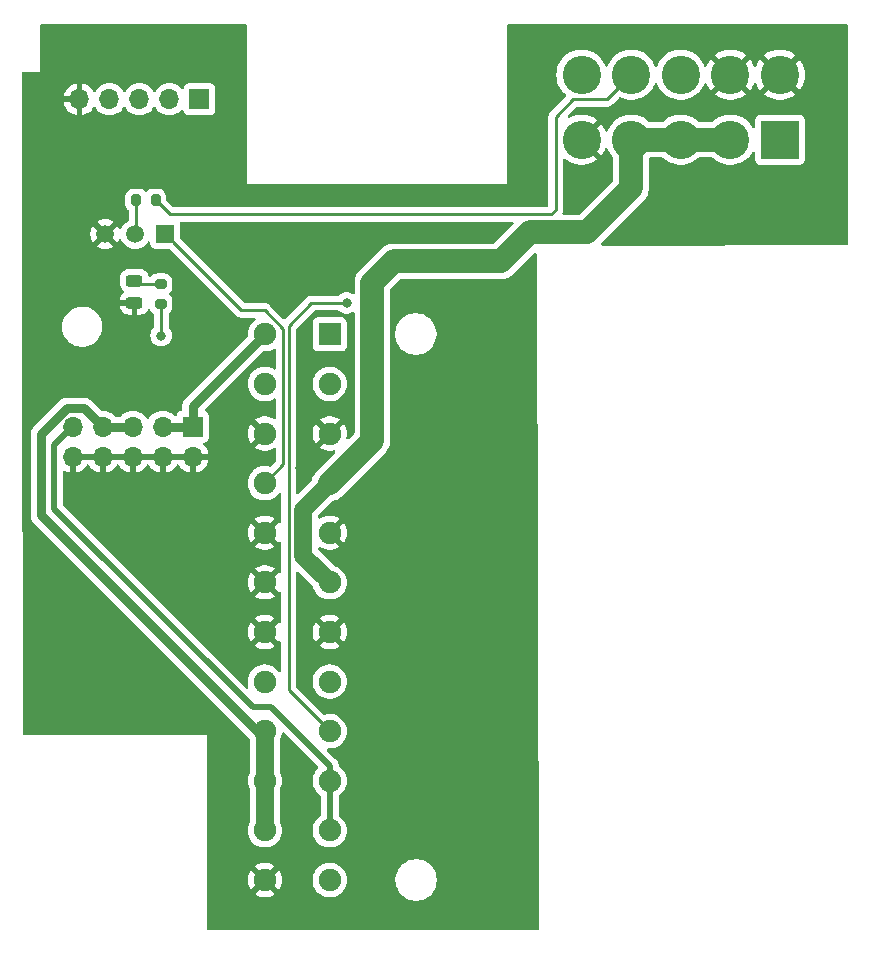
<source format=gbr>
%TF.GenerationSoftware,KiCad,Pcbnew,8.0.3*%
%TF.CreationDate,2024-11-03T21:09:01+01:00*%
%TF.ProjectId,IIsi_ATX,49497369-5f41-4545-982e-6b696361645f,rev?*%
%TF.SameCoordinates,Original*%
%TF.FileFunction,Copper,L1,Top*%
%TF.FilePolarity,Positive*%
%FSLAX46Y46*%
G04 Gerber Fmt 4.6, Leading zero omitted, Abs format (unit mm)*
G04 Created by KiCad (PCBNEW 8.0.3) date 2024-11-03 21:09:01*
%MOMM*%
%LPD*%
G01*
G04 APERTURE LIST*
G04 Aperture macros list*
%AMRoundRect*
0 Rectangle with rounded corners*
0 $1 Rounding radius*
0 $2 $3 $4 $5 $6 $7 $8 $9 X,Y pos of 4 corners*
0 Add a 4 corners polygon primitive as box body*
4,1,4,$2,$3,$4,$5,$6,$7,$8,$9,$2,$3,0*
0 Add four circle primitives for the rounded corners*
1,1,$1+$1,$2,$3*
1,1,$1+$1,$4,$5*
1,1,$1+$1,$6,$7*
1,1,$1+$1,$8,$9*
0 Add four rect primitives between the rounded corners*
20,1,$1+$1,$2,$3,$4,$5,0*
20,1,$1+$1,$4,$5,$6,$7,0*
20,1,$1+$1,$6,$7,$8,$9,0*
20,1,$1+$1,$8,$9,$2,$3,0*%
G04 Aperture macros list end*
%TA.AperFunction,ComponentPad*%
%ADD10R,1.700000X1.700000*%
%TD*%
%TA.AperFunction,ComponentPad*%
%ADD11O,1.700000X1.700000*%
%TD*%
%TA.AperFunction,SMDPad,CuDef*%
%ADD12RoundRect,0.200000X0.275000X-0.200000X0.275000X0.200000X-0.275000X0.200000X-0.275000X-0.200000X0*%
%TD*%
%TA.AperFunction,ComponentPad*%
%ADD13R,1.900000X1.900000*%
%TD*%
%TA.AperFunction,ComponentPad*%
%ADD14C,1.900000*%
%TD*%
%TA.AperFunction,SMDPad,CuDef*%
%ADD15RoundRect,0.243750X0.456250X-0.243750X0.456250X0.243750X-0.456250X0.243750X-0.456250X-0.243750X0*%
%TD*%
%TA.AperFunction,ComponentPad*%
%ADD16R,1.500000X1.500000*%
%TD*%
%TA.AperFunction,ComponentPad*%
%ADD17C,1.500000*%
%TD*%
%TA.AperFunction,SMDPad,CuDef*%
%ADD18RoundRect,0.200000X0.200000X0.275000X-0.200000X0.275000X-0.200000X-0.275000X0.200000X-0.275000X0*%
%TD*%
%TA.AperFunction,ComponentPad*%
%ADD19R,3.250000X3.250000*%
%TD*%
%TA.AperFunction,ComponentPad*%
%ADD20C,3.250000*%
%TD*%
%TA.AperFunction,ViaPad*%
%ADD21C,0.800000*%
%TD*%
%TA.AperFunction,Conductor*%
%ADD22C,0.250000*%
%TD*%
%TA.AperFunction,Conductor*%
%ADD23C,0.800000*%
%TD*%
%TA.AperFunction,Conductor*%
%ADD24C,1.500000*%
%TD*%
%TA.AperFunction,Conductor*%
%ADD25C,2.000000*%
%TD*%
%TA.AperFunction,Conductor*%
%ADD26C,0.500000*%
%TD*%
G04 APERTURE END LIST*
D10*
%TO.P,CN2,1,Pin_1*%
%TO.N,+3V3*%
X72175000Y-84875000D03*
D11*
%TO.P,CN2,2,Pin_2*%
%TO.N,GND*%
X72175000Y-87415000D03*
%TO.P,CN2,3,Pin_3*%
%TO.N,+3V3*%
X69635000Y-84875000D03*
%TO.P,CN2,4,Pin_4*%
%TO.N,GND*%
X69635000Y-87415000D03*
%TO.P,CN2,5,Pin_5*%
%TO.N,+5V*%
X67095000Y-84875000D03*
%TO.P,CN2,6,Pin_6*%
%TO.N,GND*%
X67095000Y-87415000D03*
%TO.P,CN2,7,Pin_7*%
%TO.N,+5V*%
X64555000Y-84875000D03*
%TO.P,CN2,8,Pin_8*%
%TO.N,GND*%
X64555000Y-87415000D03*
%TO.P,CN2,9,Pin_9*%
%TO.N,+12V*%
X62015000Y-84875000D03*
%TO.P,CN2,10,Pin_10*%
%TO.N,GND*%
X62015000Y-87415000D03*
%TD*%
D12*
%TO.P,R1,1*%
%TO.N,PGOOD*%
X69468750Y-74450000D03*
%TO.P,R1,2*%
%TO.N,Net-(D1-A)*%
X69468750Y-72800000D03*
%TD*%
D10*
%TO.P,J3,1,Pin_1*%
%TO.N,+5V*%
X72745600Y-57150000D03*
D11*
%TO.P,J3,2,Pin_2*%
%TO.N,unconnected-(J3-Pin_2-Pad2)*%
X70205600Y-57150000D03*
%TO.P,J3,3,Pin_3*%
%TO.N,unconnected-(J3-Pin_3-Pad3)*%
X67665600Y-57150000D03*
%TO.P,J3,4,Pin_4*%
%TO.N,unconnected-(J3-Pin_4-Pad4)*%
X65125600Y-57150000D03*
%TO.P,J3,5,Pin_5*%
%TO.N,GND*%
X62585600Y-57150000D03*
%TD*%
D13*
%TO.P,J1,1,1*%
%TO.N,unconnected-(J1-Pad1)*%
X83775000Y-77050000D03*
D14*
%TO.P,J1,2,2*%
%TO.N,unconnected-(J1-Pad2)*%
X83775000Y-81250000D03*
%TO.P,J1,3,3*%
%TO.N,GND*%
X83775000Y-85450000D03*
%TO.P,J1,4,4*%
%TO.N,+5V*%
X83775000Y-89650000D03*
%TO.P,J1,5,5*%
%TO.N,GND*%
X83775000Y-93850000D03*
%TO.P,J1,6,6*%
%TO.N,+5V*%
X83775000Y-98050000D03*
%TO.P,J1,7,7*%
%TO.N,GND*%
X83775000Y-102250000D03*
%TO.P,J1,8,8*%
%TO.N,PGOOD*%
X83775000Y-106450000D03*
%TO.P,J1,9,9*%
%TO.N,+5VD*%
X83775000Y-110650000D03*
%TO.P,J1,10,10*%
%TO.N,+12V*%
X83775000Y-114850000D03*
%TO.P,J1,11,11*%
X83775000Y-119050000D03*
%TO.P,J1,12,12*%
%TO.N,unconnected-(J1-Pad12)*%
X83775000Y-123250000D03*
%TO.P,J1,13,13*%
%TO.N,+3V3*%
X78275000Y-77050000D03*
%TO.P,J1,14,14*%
%TO.N,-12V*%
X78275000Y-81250000D03*
%TO.P,J1,15,15*%
%TO.N,GND*%
X78275000Y-85450000D03*
%TO.P,J1,16,16*%
%TO.N,~{MAC-ON}*%
X78275000Y-89650000D03*
%TO.P,J1,17,17*%
%TO.N,GND*%
X78275000Y-93850000D03*
%TO.P,J1,18,18*%
X78275000Y-98050000D03*
%TO.P,J1,19,19*%
X78275000Y-102250000D03*
%TO.P,J1,20,20*%
%TO.N,unconnected-(J1-Pad20)*%
X78275000Y-106450000D03*
%TO.P,J1,21,21*%
%TO.N,+5V*%
X78275000Y-110650000D03*
%TO.P,J1,22,22*%
X78275000Y-114850000D03*
%TO.P,J1,23,23*%
X78275000Y-119050000D03*
%TO.P,J1,24,24*%
%TO.N,GND*%
X78275000Y-123250000D03*
%TD*%
D15*
%TO.P,D1,1,K*%
%TO.N,GND*%
X67243750Y-74387500D03*
%TO.P,D1,2,A*%
%TO.N,Net-(D1-A)*%
X67243750Y-72512500D03*
%TD*%
D16*
%TO.P,Q1,1,E*%
%TO.N,~{MAC-ON}*%
X69840000Y-68560000D03*
D17*
%TO.P,Q1,2,B*%
%TO.N,Net-(Q1-B)*%
X67300000Y-68560000D03*
%TO.P,Q1,3,C*%
%TO.N,GND*%
X64760000Y-68560000D03*
%TD*%
D18*
%TO.P,R2,1*%
%TO.N,MAC-ON*%
X69025000Y-65700000D03*
%TO.P,R2,2*%
%TO.N,Net-(Q1-B)*%
X67375000Y-65700000D03*
%TD*%
D19*
%TO.P,J2,1,1*%
%TO.N,+12V*%
X121891350Y-60575000D03*
D20*
%TO.P,J2,2,2*%
%TO.N,+5V*%
X117691350Y-60575000D03*
%TO.P,J2,3,3*%
X113491350Y-60575000D03*
%TO.P,J2,4,4*%
X109291350Y-60575000D03*
%TO.P,J2,5,5*%
%TO.N,GND*%
X105091350Y-60575000D03*
%TO.P,J2,6,6*%
X121891350Y-55075000D03*
%TO.P,J2,7,7*%
X117691350Y-55075000D03*
%TO.P,J2,8,8*%
%TO.N,-12V*%
X113491350Y-55075000D03*
%TO.P,J2,9,9*%
%TO.N,MAC-ON*%
X109291350Y-55075000D03*
%TO.P,J2,10,10*%
%TO.N,+5VD*%
X105091350Y-55075000D03*
%TD*%
D21*
%TO.N,PGOOD*%
X69500000Y-77165400D03*
%TO.N,GND*%
X81800000Y-68326000D03*
X116586000Y-67310000D03*
X93989000Y-68302200D03*
X125730000Y-59690000D03*
X125730000Y-63500000D03*
X81791000Y-65428800D03*
X93980000Y-65405000D03*
X125730000Y-52070000D03*
X100330000Y-55880000D03*
X100330000Y-52070000D03*
X125730000Y-55880000D03*
X81260000Y-88360000D03*
X100330000Y-59690000D03*
X125730000Y-67310000D03*
X100330000Y-63500000D03*
%TO.N,+5VD*%
X85200000Y-74400000D03*
%TO.N,+5V*%
X89179400Y-70866000D03*
X87680800Y-72364600D03*
%TD*%
D22*
%TO.N,PGOOD*%
X69500000Y-77165400D02*
X69500000Y-74630800D01*
X69500000Y-74630800D02*
X69468750Y-74599550D01*
X69468750Y-74599550D02*
X69468750Y-74450000D01*
%TO.N,Net-(D1-A)*%
X69468750Y-72800000D02*
X67531250Y-72800000D01*
X67531250Y-72800000D02*
X67243750Y-72512500D01*
%TO.N,MAC-ON*%
X102900000Y-66500000D02*
X102500000Y-66900000D01*
X102500000Y-66900000D02*
X70225000Y-66900000D01*
X102900000Y-58658632D02*
X102900000Y-66500000D01*
X104408632Y-57150000D02*
X102900000Y-58658632D01*
X109291350Y-55084750D02*
X107226100Y-57150000D01*
X109291350Y-55075000D02*
X109291350Y-55084750D01*
X70225000Y-66900000D02*
X69025000Y-65700000D01*
X107226100Y-57150000D02*
X104408632Y-57150000D01*
%TO.N,+5VD*%
X82227400Y-74400000D02*
X80307600Y-76319800D01*
X80307600Y-107182600D02*
X83775000Y-110650000D01*
X85200000Y-74400000D02*
X82227400Y-74400000D01*
X80307600Y-76319800D02*
X80307600Y-107182600D01*
%TO.N,~{MAC-ON}*%
X76286200Y-75006200D02*
X78257400Y-75006200D01*
X70480000Y-69200000D02*
X76286200Y-75006200D01*
X78257400Y-75006200D02*
X79857600Y-76606400D01*
X79857600Y-88067400D02*
X78275000Y-89650000D01*
X79857600Y-76606400D02*
X79857600Y-88067400D01*
D23*
%TO.N,+5V*%
X78275000Y-110650000D02*
X77630000Y-110650000D01*
D24*
X81534000Y-91891000D02*
X83775000Y-89650000D01*
D25*
X89179400Y-70866000D02*
X98298000Y-70866000D01*
X109291350Y-60575000D02*
X117691350Y-60575000D01*
X87376000Y-72669400D02*
X89179400Y-70866000D01*
D24*
X83775000Y-98050000D02*
X81534000Y-95809000D01*
D25*
X109291350Y-64698650D02*
X109291350Y-60575000D01*
D23*
X61527390Y-83312000D02*
X62992000Y-83312000D01*
X59350000Y-92370000D02*
X59350000Y-85489390D01*
D24*
X78275000Y-114850000D02*
X78275000Y-110650000D01*
X81534000Y-95809000D02*
X81534000Y-91891000D01*
X78275000Y-114850000D02*
X78275000Y-119050000D01*
D25*
X87376000Y-86049000D02*
X87376000Y-72669400D01*
D23*
X59350000Y-85489390D02*
X61527390Y-83312000D01*
X64617600Y-84937600D02*
X66866000Y-84937600D01*
D25*
X100739000Y-68425000D02*
X105565000Y-68425000D01*
X98298000Y-70866000D02*
X100739000Y-68425000D01*
D23*
X62992000Y-83312000D02*
X64617600Y-84937600D01*
D25*
X83775000Y-89650000D02*
X87376000Y-86049000D01*
D23*
X77630000Y-110650000D02*
X59350000Y-92370000D01*
D25*
X105565000Y-68425000D02*
X109291350Y-64698650D01*
D26*
%TO.N,+12V*%
X83775000Y-113569200D02*
X83775000Y-114850000D01*
X61952400Y-84937600D02*
X60450000Y-86440000D01*
X83775000Y-114850000D02*
X83775000Y-119050000D01*
X78841600Y-108635800D02*
X83775000Y-113569200D01*
X77241400Y-108635800D02*
X78841600Y-108635800D01*
X60450000Y-86440000D02*
X60450000Y-91844400D01*
X60450000Y-91844400D02*
X77241400Y-108635800D01*
D23*
%TO.N,+3V3*%
X72175000Y-84875000D02*
X72175000Y-83150000D01*
X69635000Y-84875000D02*
X69697600Y-84937600D01*
X69697600Y-84937600D02*
X72112400Y-84937600D01*
X72175000Y-83150000D02*
X78275000Y-77050000D01*
X72112400Y-84937600D02*
X72175000Y-84875000D01*
D22*
%TO.N,Net-(Q1-B)*%
X67175000Y-68685000D02*
X67300000Y-68560000D01*
X67375000Y-65700000D02*
X67375000Y-68485000D01*
X67375000Y-68485000D02*
X67300000Y-68560000D01*
%TD*%
%TA.AperFunction,Conductor*%
%TO.N,GND*%
G36*
X127578039Y-50819685D02*
G01*
X127623794Y-50872489D01*
X127635000Y-50924000D01*
X127635000Y-69402761D01*
X127615315Y-69469800D01*
X127562511Y-69515555D01*
X127511145Y-69526761D01*
X106860691Y-69550841D01*
X106793628Y-69531235D01*
X106747812Y-69478484D01*
X106737788Y-69409337D01*
X106766738Y-69345748D01*
X106772850Y-69339175D01*
X110435868Y-65676160D01*
X110574693Y-65485083D01*
X110681918Y-65274642D01*
X110754903Y-65050018D01*
X110762010Y-65005146D01*
X110791850Y-64816747D01*
X110791850Y-62199500D01*
X110811535Y-62132461D01*
X110864339Y-62086706D01*
X110915850Y-62075500D01*
X111930544Y-62075500D01*
X111997583Y-62095185D01*
X112021167Y-62114863D01*
X112037185Y-62132014D01*
X112037188Y-62132017D01*
X112037193Y-62132022D01*
X112037197Y-62132026D01*
X112037199Y-62132027D01*
X112262745Y-62315522D01*
X112262748Y-62315524D01*
X112262752Y-62315527D01*
X112393090Y-62394787D01*
X112511198Y-62466611D01*
X112776806Y-62581981D01*
X112777900Y-62582456D01*
X113057894Y-62660906D01*
X113299333Y-62694091D01*
X113345961Y-62700500D01*
X113345962Y-62700500D01*
X113636739Y-62700500D01*
X113667795Y-62696231D01*
X113924806Y-62660906D01*
X114204800Y-62582456D01*
X114471503Y-62466610D01*
X114719948Y-62315527D01*
X114945507Y-62132022D01*
X114952758Y-62124257D01*
X114961533Y-62114863D01*
X115021677Y-62079304D01*
X115052156Y-62075500D01*
X116130544Y-62075500D01*
X116197583Y-62095185D01*
X116221167Y-62114863D01*
X116237185Y-62132014D01*
X116237188Y-62132017D01*
X116237193Y-62132022D01*
X116237197Y-62132026D01*
X116237199Y-62132027D01*
X116462745Y-62315522D01*
X116462748Y-62315524D01*
X116462752Y-62315527D01*
X116593090Y-62394787D01*
X116711198Y-62466611D01*
X116976806Y-62581981D01*
X116977900Y-62582456D01*
X117257894Y-62660906D01*
X117499333Y-62694091D01*
X117545961Y-62700500D01*
X117545962Y-62700500D01*
X117836739Y-62700500D01*
X117867795Y-62696231D01*
X118124806Y-62660906D01*
X118404800Y-62582456D01*
X118671503Y-62466610D01*
X118919948Y-62315527D01*
X119145507Y-62132022D01*
X119343977Y-61919512D01*
X119511662Y-61681956D01*
X119531753Y-61643181D01*
X119580071Y-61592716D01*
X119648005Y-61576383D01*
X119713984Y-61599371D01*
X119757062Y-61654380D01*
X119765850Y-61700230D01*
X119765850Y-62247870D01*
X119765851Y-62247876D01*
X119772258Y-62307483D01*
X119822552Y-62442328D01*
X119822556Y-62442335D01*
X119908802Y-62557544D01*
X119908805Y-62557547D01*
X120024014Y-62643793D01*
X120024021Y-62643797D01*
X120158867Y-62694091D01*
X120158866Y-62694091D01*
X120165794Y-62694835D01*
X120218477Y-62700500D01*
X123564222Y-62700499D01*
X123623833Y-62694091D01*
X123758681Y-62643796D01*
X123873896Y-62557546D01*
X123960146Y-62442331D01*
X124010441Y-62307483D01*
X124016850Y-62247873D01*
X124016849Y-58902128D01*
X124010441Y-58842517D01*
X124007442Y-58834477D01*
X123960147Y-58707671D01*
X123960143Y-58707664D01*
X123873897Y-58592455D01*
X123873894Y-58592452D01*
X123758685Y-58506206D01*
X123758678Y-58506202D01*
X123623832Y-58455908D01*
X123623833Y-58455908D01*
X123564233Y-58449501D01*
X123564231Y-58449500D01*
X123564223Y-58449500D01*
X123564214Y-58449500D01*
X120218479Y-58449500D01*
X120218473Y-58449501D01*
X120158866Y-58455908D01*
X120024021Y-58506202D01*
X120024014Y-58506206D01*
X119908805Y-58592452D01*
X119908802Y-58592455D01*
X119822556Y-58707664D01*
X119822552Y-58707671D01*
X119772258Y-58842517D01*
X119765851Y-58902116D01*
X119765851Y-58902123D01*
X119765850Y-58902135D01*
X119765850Y-59449768D01*
X119746165Y-59516807D01*
X119693361Y-59562562D01*
X119624203Y-59572506D01*
X119560647Y-59543481D01*
X119531752Y-59506816D01*
X119511661Y-59468042D01*
X119511657Y-59468036D01*
X119343982Y-59230494D01*
X119343978Y-59230490D01*
X119343977Y-59230488D01*
X119145507Y-59017978D01*
X119145500Y-59017972D01*
X119145499Y-59017971D01*
X118919954Y-58834477D01*
X118919943Y-58834470D01*
X118671501Y-58683388D01*
X118404804Y-58567545D01*
X118124812Y-58489095D01*
X118124807Y-58489094D01*
X118124806Y-58489094D01*
X117980772Y-58469297D01*
X117836739Y-58449500D01*
X117836738Y-58449500D01*
X117545962Y-58449500D01*
X117545961Y-58449500D01*
X117257894Y-58489094D01*
X117257887Y-58489095D01*
X116977895Y-58567545D01*
X116711198Y-58683388D01*
X116462756Y-58834470D01*
X116462745Y-58834477D01*
X116237199Y-59017972D01*
X116237185Y-59017985D01*
X116221167Y-59035137D01*
X116161023Y-59070696D01*
X116130544Y-59074500D01*
X115052156Y-59074500D01*
X114985117Y-59054815D01*
X114961533Y-59035137D01*
X114945514Y-59017985D01*
X114945510Y-59017981D01*
X114945507Y-59017978D01*
X114945500Y-59017972D01*
X114719954Y-58834477D01*
X114719943Y-58834470D01*
X114471501Y-58683388D01*
X114204804Y-58567545D01*
X113924812Y-58489095D01*
X113924807Y-58489094D01*
X113924806Y-58489094D01*
X113780772Y-58469297D01*
X113636739Y-58449500D01*
X113636738Y-58449500D01*
X113345962Y-58449500D01*
X113345961Y-58449500D01*
X113057894Y-58489094D01*
X113057887Y-58489095D01*
X112777895Y-58567545D01*
X112511198Y-58683388D01*
X112262756Y-58834470D01*
X112262745Y-58834477D01*
X112037199Y-59017972D01*
X112037185Y-59017985D01*
X112021167Y-59035137D01*
X111961023Y-59070696D01*
X111930544Y-59074500D01*
X110852156Y-59074500D01*
X110785117Y-59054815D01*
X110761533Y-59035137D01*
X110745514Y-59017985D01*
X110745510Y-59017981D01*
X110745507Y-59017978D01*
X110745500Y-59017972D01*
X110519954Y-58834477D01*
X110519943Y-58834470D01*
X110271501Y-58683388D01*
X110004804Y-58567545D01*
X109724812Y-58489095D01*
X109724807Y-58489094D01*
X109724806Y-58489094D01*
X109580772Y-58469297D01*
X109436739Y-58449500D01*
X109436738Y-58449500D01*
X109145962Y-58449500D01*
X109145961Y-58449500D01*
X108857894Y-58489094D01*
X108857887Y-58489095D01*
X108577895Y-58567545D01*
X108311198Y-58683388D01*
X108062756Y-58834470D01*
X108062745Y-58834477D01*
X107837200Y-59017971D01*
X107837194Y-59017976D01*
X107837193Y-59017978D01*
X107730324Y-59132406D01*
X107638717Y-59230494D01*
X107471042Y-59468036D01*
X107471038Y-59468042D01*
X107337261Y-59726221D01*
X107307924Y-59808766D01*
X107266925Y-59865342D01*
X107201848Y-59890772D01*
X107133353Y-59876981D01*
X107083187Y-59828348D01*
X107074244Y-59808765D01*
X107044978Y-59726421D01*
X106911232Y-59468303D01*
X106762418Y-59257483D01*
X105917874Y-60102026D01*
X105829263Y-59969410D01*
X105696940Y-59837087D01*
X105564322Y-59748474D01*
X106406921Y-58905875D01*
X106319667Y-58834889D01*
X106319656Y-58834881D01*
X106071276Y-58683838D01*
X105804635Y-58568018D01*
X105524710Y-58489586D01*
X105524703Y-58489585D01*
X105236705Y-58450000D01*
X104945995Y-58450000D01*
X104657996Y-58489585D01*
X104657989Y-58489586D01*
X104378064Y-58568018D01*
X104111423Y-58683838D01*
X104095339Y-58693619D01*
X104027831Y-58711631D01*
X103961302Y-58690285D01*
X103916874Y-58636360D01*
X103908653Y-58566976D01*
X103939249Y-58504161D01*
X103943211Y-58500010D01*
X104631403Y-57811819D01*
X104692726Y-57778334D01*
X104719084Y-57775500D01*
X107287707Y-57775500D01*
X107348129Y-57763481D01*
X107408552Y-57751463D01*
X107408555Y-57751461D01*
X107408558Y-57751461D01*
X107441887Y-57737654D01*
X107441886Y-57737654D01*
X107441892Y-57737652D01*
X107522386Y-57704312D01*
X107573609Y-57670084D01*
X107624833Y-57635858D01*
X107711958Y-57548733D01*
X107711958Y-57548731D01*
X107722166Y-57538524D01*
X107722167Y-57538521D01*
X108239588Y-57021100D01*
X108300910Y-56987617D01*
X108370602Y-56992601D01*
X108376667Y-56995048D01*
X108577900Y-57082456D01*
X108857894Y-57160906D01*
X109111151Y-57195715D01*
X109145961Y-57200500D01*
X109145962Y-57200500D01*
X109436739Y-57200500D01*
X109467795Y-57196231D01*
X109724806Y-57160906D01*
X110004800Y-57082456D01*
X110271503Y-56966610D01*
X110519948Y-56815527D01*
X110745507Y-56632022D01*
X110943977Y-56419512D01*
X111111662Y-56181956D01*
X111245438Y-55923780D01*
X111245438Y-55923779D01*
X111245440Y-55923776D01*
X111274510Y-55841982D01*
X111315508Y-55785405D01*
X111380586Y-55759975D01*
X111449081Y-55773766D01*
X111499247Y-55822398D01*
X111508190Y-55841982D01*
X111537260Y-55923776D01*
X111537259Y-55923776D01*
X111671038Y-56181957D01*
X111671042Y-56181963D01*
X111838717Y-56419505D01*
X111838721Y-56419509D01*
X111838723Y-56419512D01*
X112037193Y-56632022D01*
X112037198Y-56632026D01*
X112037200Y-56632028D01*
X112262745Y-56815522D01*
X112262748Y-56815524D01*
X112262752Y-56815527D01*
X112307918Y-56842993D01*
X112511198Y-56966611D01*
X112776806Y-57081981D01*
X112777900Y-57082456D01*
X113057894Y-57160906D01*
X113311151Y-57195715D01*
X113345961Y-57200500D01*
X113345962Y-57200500D01*
X113636739Y-57200500D01*
X113667795Y-57196231D01*
X113924806Y-57160906D01*
X114204800Y-57082456D01*
X114471503Y-56966610D01*
X114719948Y-56815527D01*
X114945507Y-56632022D01*
X115143977Y-56419512D01*
X115311662Y-56181956D01*
X115445438Y-55923780D01*
X115474775Y-55841232D01*
X115515772Y-55784658D01*
X115580850Y-55759227D01*
X115649345Y-55773017D01*
X115699511Y-55821649D01*
X115708455Y-55841233D01*
X115737722Y-55923580D01*
X115871467Y-56181697D01*
X115871471Y-56181703D01*
X116020279Y-56392515D01*
X116020280Y-56392516D01*
X116864824Y-55547972D01*
X116953437Y-55680590D01*
X117085760Y-55812913D01*
X117218377Y-55901524D01*
X116375777Y-56744123D01*
X116463040Y-56815115D01*
X116463043Y-56815118D01*
X116711423Y-56966161D01*
X116978064Y-57081981D01*
X117257989Y-57160413D01*
X117257996Y-57160414D01*
X117545995Y-57200000D01*
X117836705Y-57200000D01*
X118124703Y-57160414D01*
X118124710Y-57160413D01*
X118404635Y-57081981D01*
X118671276Y-56966161D01*
X118919655Y-56815119D01*
X119006921Y-56744123D01*
X118164322Y-55901525D01*
X118296940Y-55812913D01*
X118429263Y-55680590D01*
X118517875Y-55547972D01*
X119362418Y-56392515D01*
X119511232Y-56181696D01*
X119644978Y-55923578D01*
X119674510Y-55840486D01*
X119715508Y-55783909D01*
X119780585Y-55758479D01*
X119849081Y-55772270D01*
X119899247Y-55820902D01*
X119908190Y-55840486D01*
X119937721Y-55923578D01*
X120071467Y-56181697D01*
X120071471Y-56181703D01*
X120220279Y-56392515D01*
X120220280Y-56392516D01*
X121064824Y-55547972D01*
X121153437Y-55680590D01*
X121285760Y-55812913D01*
X121418377Y-55901524D01*
X120575777Y-56744123D01*
X120663040Y-56815115D01*
X120663043Y-56815118D01*
X120911423Y-56966161D01*
X121178064Y-57081981D01*
X121457989Y-57160413D01*
X121457996Y-57160414D01*
X121745995Y-57200000D01*
X122036705Y-57200000D01*
X122324703Y-57160414D01*
X122324710Y-57160413D01*
X122604635Y-57081981D01*
X122871276Y-56966161D01*
X123119655Y-56815119D01*
X123206921Y-56744123D01*
X122364322Y-55901525D01*
X122496940Y-55812913D01*
X122629263Y-55680590D01*
X122717875Y-55547972D01*
X123562418Y-56392515D01*
X123711232Y-56181696D01*
X123844978Y-55923578D01*
X123942328Y-55649663D01*
X123942329Y-55649660D01*
X124001476Y-55365024D01*
X124021314Y-55075000D01*
X124001476Y-54784975D01*
X123942329Y-54500339D01*
X123942328Y-54500336D01*
X123844978Y-54226421D01*
X123711232Y-53968303D01*
X123562418Y-53757483D01*
X122717874Y-54602026D01*
X122629263Y-54469410D01*
X122496940Y-54337087D01*
X122364322Y-54248474D01*
X123206921Y-53405875D01*
X123119667Y-53334889D01*
X123119656Y-53334881D01*
X122871276Y-53183838D01*
X122604635Y-53068018D01*
X122324710Y-52989586D01*
X122324703Y-52989585D01*
X122036705Y-52950000D01*
X121745995Y-52950000D01*
X121457996Y-52989585D01*
X121457989Y-52989586D01*
X121178064Y-53068018D01*
X120911423Y-53183838D01*
X120663046Y-53334880D01*
X120663036Y-53334886D01*
X120575777Y-53405875D01*
X121418377Y-54248474D01*
X121285760Y-54337087D01*
X121153437Y-54469410D01*
X121064825Y-54602027D01*
X120220280Y-53757482D01*
X120071471Y-53968296D01*
X120071467Y-53968302D01*
X119937721Y-54226421D01*
X119908190Y-54309513D01*
X119867192Y-54366090D01*
X119802114Y-54391520D01*
X119733619Y-54377729D01*
X119683453Y-54329097D01*
X119674510Y-54309513D01*
X119644978Y-54226421D01*
X119511232Y-53968303D01*
X119362418Y-53757483D01*
X118517874Y-54602026D01*
X118429263Y-54469410D01*
X118296940Y-54337087D01*
X118164322Y-54248474D01*
X119006921Y-53405875D01*
X118919667Y-53334889D01*
X118919656Y-53334881D01*
X118671276Y-53183838D01*
X118404635Y-53068018D01*
X118124710Y-52989586D01*
X118124703Y-52989585D01*
X117836705Y-52950000D01*
X117545995Y-52950000D01*
X117257996Y-52989585D01*
X117257989Y-52989586D01*
X116978064Y-53068018D01*
X116711423Y-53183838D01*
X116463046Y-53334880D01*
X116463036Y-53334886D01*
X116375777Y-53405875D01*
X117218377Y-54248474D01*
X117085760Y-54337087D01*
X116953437Y-54469410D01*
X116864825Y-54602027D01*
X116020280Y-53757482D01*
X115871471Y-53968296D01*
X115871467Y-53968302D01*
X115737722Y-54226419D01*
X115708455Y-54308766D01*
X115667456Y-54365343D01*
X115602378Y-54390772D01*
X115533883Y-54376981D01*
X115483718Y-54328348D01*
X115474775Y-54308765D01*
X115445439Y-54226223D01*
X115445440Y-54226223D01*
X115311661Y-53968042D01*
X115311657Y-53968036D01*
X115143982Y-53730494D01*
X115143978Y-53730490D01*
X115143977Y-53730488D01*
X114945507Y-53517978D01*
X114945500Y-53517973D01*
X114945499Y-53517971D01*
X114719954Y-53334477D01*
X114719943Y-53334470D01*
X114471501Y-53183388D01*
X114204804Y-53067545D01*
X113924812Y-52989095D01*
X113924807Y-52989094D01*
X113924806Y-52989094D01*
X113780772Y-52969297D01*
X113636739Y-52949500D01*
X113636738Y-52949500D01*
X113345962Y-52949500D01*
X113345961Y-52949500D01*
X113057894Y-52989094D01*
X113057887Y-52989095D01*
X112777895Y-53067545D01*
X112511198Y-53183388D01*
X112262756Y-53334470D01*
X112262745Y-53334477D01*
X112037200Y-53517971D01*
X111838717Y-53730494D01*
X111671042Y-53968036D01*
X111671038Y-53968042D01*
X111537261Y-54226221D01*
X111508190Y-54308018D01*
X111467192Y-54364594D01*
X111402114Y-54390024D01*
X111333619Y-54376233D01*
X111283453Y-54327600D01*
X111274510Y-54308018D01*
X111255357Y-54254130D01*
X111245438Y-54226220D01*
X111111662Y-53968044D01*
X111111661Y-53968042D01*
X111111657Y-53968036D01*
X110943982Y-53730494D01*
X110943978Y-53730490D01*
X110943977Y-53730488D01*
X110745507Y-53517978D01*
X110745500Y-53517973D01*
X110745499Y-53517971D01*
X110519954Y-53334477D01*
X110519943Y-53334470D01*
X110271501Y-53183388D01*
X110004804Y-53067545D01*
X109724812Y-52989095D01*
X109724807Y-52989094D01*
X109724806Y-52989094D01*
X109580772Y-52969297D01*
X109436739Y-52949500D01*
X109436738Y-52949500D01*
X109145962Y-52949500D01*
X109145961Y-52949500D01*
X108857894Y-52989094D01*
X108857887Y-52989095D01*
X108577895Y-53067545D01*
X108311198Y-53183388D01*
X108062756Y-53334470D01*
X108062745Y-53334477D01*
X107837200Y-53517971D01*
X107638717Y-53730494D01*
X107471042Y-53968036D01*
X107471038Y-53968042D01*
X107337261Y-54226221D01*
X107308190Y-54308018D01*
X107267192Y-54364594D01*
X107202114Y-54390024D01*
X107133619Y-54376233D01*
X107083453Y-54327600D01*
X107074510Y-54308018D01*
X107055357Y-54254130D01*
X107045438Y-54226220D01*
X106911662Y-53968044D01*
X106911661Y-53968042D01*
X106911657Y-53968036D01*
X106743982Y-53730494D01*
X106743978Y-53730490D01*
X106743977Y-53730488D01*
X106545507Y-53517978D01*
X106545500Y-53517973D01*
X106545499Y-53517971D01*
X106319954Y-53334477D01*
X106319943Y-53334470D01*
X106071501Y-53183388D01*
X105804804Y-53067545D01*
X105524812Y-52989095D01*
X105524807Y-52989094D01*
X105524806Y-52989094D01*
X105380772Y-52969297D01*
X105236739Y-52949500D01*
X105236738Y-52949500D01*
X104945962Y-52949500D01*
X104945961Y-52949500D01*
X104657894Y-52989094D01*
X104657887Y-52989095D01*
X104377895Y-53067545D01*
X104111198Y-53183388D01*
X103862756Y-53334470D01*
X103862745Y-53334477D01*
X103637200Y-53517971D01*
X103438717Y-53730494D01*
X103271042Y-53968036D01*
X103271038Y-53968042D01*
X103137259Y-54226223D01*
X103039887Y-54500201D01*
X103039882Y-54500217D01*
X102980726Y-54784898D01*
X102980725Y-54784900D01*
X102960883Y-55075000D01*
X102980725Y-55365099D01*
X102980726Y-55365101D01*
X103039882Y-55649782D01*
X103039887Y-55649798D01*
X103137260Y-55923776D01*
X103137259Y-55923776D01*
X103271038Y-56181957D01*
X103271042Y-56181963D01*
X103438717Y-56419505D01*
X103438721Y-56419509D01*
X103438723Y-56419512D01*
X103637193Y-56632022D01*
X103637198Y-56632026D01*
X103637200Y-56632028D01*
X103753831Y-56726914D01*
X103793411Y-56784491D01*
X103795580Y-56854327D01*
X103763257Y-56910783D01*
X102501270Y-58172771D01*
X102414144Y-58259896D01*
X102414138Y-58259904D01*
X102345690Y-58362340D01*
X102345689Y-58362342D01*
X102320190Y-58423904D01*
X102298539Y-58476172D01*
X102298535Y-58476187D01*
X102274500Y-58597021D01*
X102274500Y-66150500D01*
X102254815Y-66217539D01*
X102202011Y-66263294D01*
X102150500Y-66274500D01*
X70535452Y-66274500D01*
X70468413Y-66254815D01*
X70447771Y-66238181D01*
X69961819Y-65752229D01*
X69928334Y-65690906D01*
X69925500Y-65664548D01*
X69925500Y-65368386D01*
X69919086Y-65297807D01*
X69919086Y-65297804D01*
X69868478Y-65135394D01*
X69780472Y-64989815D01*
X69780470Y-64989813D01*
X69780469Y-64989811D01*
X69660188Y-64869530D01*
X69514606Y-64781522D01*
X69352196Y-64730914D01*
X69352194Y-64730913D01*
X69352192Y-64730913D01*
X69302778Y-64726423D01*
X69281616Y-64724500D01*
X68768384Y-64724500D01*
X68749145Y-64726248D01*
X68697807Y-64730913D01*
X68535393Y-64781522D01*
X68389811Y-64869530D01*
X68389810Y-64869531D01*
X68287681Y-64971661D01*
X68226358Y-65005146D01*
X68156666Y-65000162D01*
X68112319Y-64971661D01*
X68010188Y-64869530D01*
X67864606Y-64781522D01*
X67702196Y-64730914D01*
X67702194Y-64730913D01*
X67702192Y-64730913D01*
X67652778Y-64726423D01*
X67631616Y-64724500D01*
X67118384Y-64724500D01*
X67099145Y-64726248D01*
X67047807Y-64730913D01*
X66885393Y-64781522D01*
X66739811Y-64869530D01*
X66619530Y-64989811D01*
X66531522Y-65135393D01*
X66480913Y-65297807D01*
X66474500Y-65368386D01*
X66474500Y-66031613D01*
X66480913Y-66102192D01*
X66480913Y-66102194D01*
X66480914Y-66102196D01*
X66531522Y-66264606D01*
X66619528Y-66410185D01*
X66713182Y-66503839D01*
X66746666Y-66565160D01*
X66749500Y-66591519D01*
X66749500Y-67357930D01*
X66729815Y-67424969D01*
X66677914Y-67470308D01*
X66672365Y-67472896D01*
X66672360Y-67472898D01*
X66493121Y-67598402D01*
X66338402Y-67753121D01*
X66212900Y-67932357D01*
X66212900Y-67932358D01*
X66212898Y-67932361D01*
X66212898Y-67932362D01*
X66208902Y-67940932D01*
X66142105Y-68084176D01*
X66095932Y-68136615D01*
X66028738Y-68155766D01*
X65961857Y-68135550D01*
X65917341Y-68084175D01*
X65846667Y-67932614D01*
X65846666Y-67932612D01*
X65803124Y-67870428D01*
X65803124Y-67870427D01*
X65160000Y-68513551D01*
X65160000Y-68507339D01*
X65132741Y-68405606D01*
X65080080Y-68314394D01*
X65005606Y-68239920D01*
X64914394Y-68187259D01*
X64812661Y-68160000D01*
X64806447Y-68160000D01*
X65449571Y-67516874D01*
X65387387Y-67473333D01*
X65189159Y-67380898D01*
X65189150Y-67380894D01*
X64977894Y-67324289D01*
X64977884Y-67324287D01*
X64760001Y-67305225D01*
X64759999Y-67305225D01*
X64542115Y-67324287D01*
X64542105Y-67324289D01*
X64330849Y-67380894D01*
X64330840Y-67380898D01*
X64132613Y-67473333D01*
X64070428Y-67516874D01*
X64713554Y-68160000D01*
X64707339Y-68160000D01*
X64605606Y-68187259D01*
X64514394Y-68239920D01*
X64439920Y-68314394D01*
X64387259Y-68405606D01*
X64360000Y-68507339D01*
X64360000Y-68513554D01*
X63716874Y-67870428D01*
X63673333Y-67932613D01*
X63580898Y-68130840D01*
X63580894Y-68130849D01*
X63524289Y-68342105D01*
X63524287Y-68342115D01*
X63505225Y-68559999D01*
X63505225Y-68560000D01*
X63524287Y-68777884D01*
X63524289Y-68777894D01*
X63580894Y-68989150D01*
X63580898Y-68989159D01*
X63673333Y-69187387D01*
X63716874Y-69249571D01*
X64360000Y-68606445D01*
X64360000Y-68612661D01*
X64387259Y-68714394D01*
X64439920Y-68805606D01*
X64514394Y-68880080D01*
X64605606Y-68932741D01*
X64707339Y-68960000D01*
X64713553Y-68960000D01*
X64070427Y-69603124D01*
X64132612Y-69646666D01*
X64330840Y-69739101D01*
X64330849Y-69739105D01*
X64542105Y-69795710D01*
X64542115Y-69795712D01*
X64759999Y-69814775D01*
X64760001Y-69814775D01*
X64977884Y-69795712D01*
X64977894Y-69795710D01*
X65189150Y-69739105D01*
X65189164Y-69739100D01*
X65387383Y-69646669D01*
X65387385Y-69646668D01*
X65449571Y-69603124D01*
X64806448Y-68960000D01*
X64812661Y-68960000D01*
X64914394Y-68932741D01*
X65005606Y-68880080D01*
X65080080Y-68805606D01*
X65132741Y-68714394D01*
X65160000Y-68612661D01*
X65160000Y-68606446D01*
X65803124Y-69249570D01*
X65846666Y-69187388D01*
X65917340Y-69035825D01*
X65963512Y-68983386D01*
X66030706Y-68964233D01*
X66097587Y-68984448D01*
X66142105Y-69035824D01*
X66212897Y-69187638D01*
X66237998Y-69223486D01*
X66338402Y-69366877D01*
X66493123Y-69521598D01*
X66672361Y-69647102D01*
X66870670Y-69739575D01*
X67082023Y-69796207D01*
X67264926Y-69812208D01*
X67299998Y-69815277D01*
X67300000Y-69815277D01*
X67300002Y-69815277D01*
X67328254Y-69812805D01*
X67517977Y-69796207D01*
X67729330Y-69739575D01*
X67927639Y-69647102D01*
X68106877Y-69521598D01*
X68261598Y-69366877D01*
X68363928Y-69220734D01*
X68418502Y-69177112D01*
X68488000Y-69169918D01*
X68550355Y-69201441D01*
X68585769Y-69261670D01*
X68589500Y-69291858D01*
X68589500Y-69357869D01*
X68589501Y-69357876D01*
X68595908Y-69417483D01*
X68646202Y-69552328D01*
X68646206Y-69552335D01*
X68732452Y-69667544D01*
X68732455Y-69667547D01*
X68847664Y-69753793D01*
X68847671Y-69753797D01*
X68982517Y-69804091D01*
X68982516Y-69804091D01*
X68989444Y-69804835D01*
X69042127Y-69810500D01*
X70154547Y-69810499D01*
X70221586Y-69830184D01*
X70242228Y-69846818D01*
X75797216Y-75401806D01*
X75797245Y-75401837D01*
X75887464Y-75492056D01*
X75887467Y-75492058D01*
X75964390Y-75543456D01*
X75989910Y-75560509D01*
X75989912Y-75560510D01*
X75989915Y-75560512D01*
X76056596Y-75588131D01*
X76056598Y-75588133D01*
X76096840Y-75604801D01*
X76103748Y-75607663D01*
X76164171Y-75619681D01*
X76224593Y-75631700D01*
X76224594Y-75631700D01*
X77374472Y-75631700D01*
X77441511Y-75651385D01*
X77487266Y-75704189D01*
X77497210Y-75773347D01*
X77468185Y-75836903D01*
X77450634Y-75853553D01*
X77289242Y-75979169D01*
X77289239Y-75979172D01*
X77126430Y-76156029D01*
X77126427Y-76156033D01*
X76994951Y-76357270D01*
X76898389Y-76577410D01*
X76839379Y-76810440D01*
X76819529Y-77049994D01*
X76819529Y-77050000D01*
X76826931Y-77139334D01*
X76828707Y-77160767D01*
X76814625Y-77229203D01*
X76792811Y-77258687D01*
X71475540Y-82575958D01*
X71470915Y-82582881D01*
X71470914Y-82582882D01*
X71376985Y-82723455D01*
X71343046Y-82805393D01*
X71309107Y-82887327D01*
X71309105Y-82887333D01*
X71309105Y-82887334D01*
X71276882Y-83049334D01*
X71276881Y-83049338D01*
X71276881Y-83049339D01*
X71274500Y-83061306D01*
X71274500Y-83423560D01*
X71254815Y-83490599D01*
X71202011Y-83536354D01*
X71193833Y-83539742D01*
X71082671Y-83581202D01*
X71082664Y-83581206D01*
X70967455Y-83667452D01*
X70967452Y-83667455D01*
X70881206Y-83782664D01*
X70881203Y-83782669D01*
X70832189Y-83914083D01*
X70790317Y-83970016D01*
X70724853Y-83994433D01*
X70656580Y-83979581D01*
X70628326Y-83958430D01*
X70506402Y-83836506D01*
X70506395Y-83836501D01*
X70312834Y-83700967D01*
X70312830Y-83700965D01*
X70312828Y-83700964D01*
X70098663Y-83601097D01*
X70098659Y-83601096D01*
X70098655Y-83601094D01*
X69870413Y-83539938D01*
X69870403Y-83539936D01*
X69635001Y-83519341D01*
X69634999Y-83519341D01*
X69399596Y-83539936D01*
X69399586Y-83539938D01*
X69171344Y-83601094D01*
X69171335Y-83601098D01*
X68957171Y-83700964D01*
X68957169Y-83700965D01*
X68763597Y-83836505D01*
X68596505Y-84003597D01*
X68466575Y-84189158D01*
X68411998Y-84232783D01*
X68342500Y-84239977D01*
X68280145Y-84208454D01*
X68263425Y-84189158D01*
X68133494Y-84003597D01*
X67966402Y-83836506D01*
X67966395Y-83836501D01*
X67772834Y-83700967D01*
X67772830Y-83700965D01*
X67772828Y-83700964D01*
X67558663Y-83601097D01*
X67558659Y-83601096D01*
X67558655Y-83601094D01*
X67330413Y-83539938D01*
X67330403Y-83539936D01*
X67095001Y-83519341D01*
X67094999Y-83519341D01*
X66859596Y-83539936D01*
X66859586Y-83539938D01*
X66631344Y-83601094D01*
X66631335Y-83601098D01*
X66417171Y-83700964D01*
X66417169Y-83700965D01*
X66223600Y-83836503D01*
X66146021Y-83914083D01*
X66059321Y-84000782D01*
X65998000Y-84034266D01*
X65971642Y-84037100D01*
X65678358Y-84037100D01*
X65611319Y-84017415D01*
X65590677Y-84000781D01*
X65426402Y-83836506D01*
X65426395Y-83836501D01*
X65232834Y-83700967D01*
X65232830Y-83700965D01*
X65232828Y-83700964D01*
X65018663Y-83601097D01*
X65018659Y-83601096D01*
X65018655Y-83601094D01*
X64790413Y-83539938D01*
X64790403Y-83539936D01*
X64555001Y-83519341D01*
X64555000Y-83519341D01*
X64552944Y-83519520D01*
X64537045Y-83520911D01*
X64468546Y-83507140D01*
X64438563Y-83485063D01*
X63566035Y-82612535D01*
X63566030Y-82612531D01*
X63506961Y-82573064D01*
X63506960Y-82573063D01*
X63418544Y-82513985D01*
X63418542Y-82513984D01*
X63336607Y-82480046D01*
X63336606Y-82480046D01*
X63254666Y-82446105D01*
X63254658Y-82446103D01*
X63080696Y-82411500D01*
X63080692Y-82411500D01*
X63080691Y-82411500D01*
X61438699Y-82411500D01*
X61438696Y-82411500D01*
X61264731Y-82446103D01*
X61264722Y-82446106D01*
X61100849Y-82513983D01*
X61100836Y-82513990D01*
X60953356Y-82612534D01*
X60953354Y-82612537D01*
X58650540Y-84915348D01*
X58650539Y-84915349D01*
X58650536Y-84915354D01*
X58618239Y-84963691D01*
X58608965Y-84977571D01*
X58551987Y-85062842D01*
X58520995Y-85137665D01*
X58484105Y-85226723D01*
X58484103Y-85226731D01*
X58449500Y-85400693D01*
X58449500Y-92458696D01*
X58484103Y-92632658D01*
X58484105Y-92632666D01*
X58514335Y-92705647D01*
X58551984Y-92796542D01*
X58584248Y-92844829D01*
X58650537Y-92944038D01*
X58650540Y-92944041D01*
X76936037Y-111229537D01*
X76961911Y-111267406D01*
X76994952Y-111342730D01*
X76994953Y-111342732D01*
X77004308Y-111357050D01*
X77024496Y-111423939D01*
X77024500Y-111424872D01*
X77024500Y-114075126D01*
X77004815Y-114142165D01*
X77004311Y-114142945D01*
X76994949Y-114157274D01*
X76898389Y-114377410D01*
X76839379Y-114610440D01*
X76819529Y-114849994D01*
X76819529Y-114850005D01*
X76839379Y-115089559D01*
X76898389Y-115322589D01*
X76994948Y-115542723D01*
X76994953Y-115542731D01*
X77004308Y-115557050D01*
X77024496Y-115623939D01*
X77024500Y-115624872D01*
X77024500Y-118275126D01*
X77004815Y-118342165D01*
X77004311Y-118342945D01*
X76994949Y-118357274D01*
X76898389Y-118577410D01*
X76839379Y-118810440D01*
X76819529Y-119049994D01*
X76819529Y-119050005D01*
X76839379Y-119289559D01*
X76898389Y-119522589D01*
X76994951Y-119742729D01*
X77126427Y-119943966D01*
X77126429Y-119943969D01*
X77289236Y-120120825D01*
X77289239Y-120120827D01*
X77289242Y-120120830D01*
X77478924Y-120268466D01*
X77478930Y-120268470D01*
X77478933Y-120268472D01*
X77690344Y-120382882D01*
X77690347Y-120382883D01*
X77917699Y-120460933D01*
X77917701Y-120460933D01*
X77917703Y-120460934D01*
X78154808Y-120500500D01*
X78154809Y-120500500D01*
X78395191Y-120500500D01*
X78395192Y-120500500D01*
X78632297Y-120460934D01*
X78859656Y-120382882D01*
X79071067Y-120268472D01*
X79260764Y-120120825D01*
X79423571Y-119943969D01*
X79555049Y-119742728D01*
X79651610Y-119522591D01*
X79710620Y-119289563D01*
X79730471Y-119050000D01*
X79710620Y-118810437D01*
X79651610Y-118577409D01*
X79555049Y-118357272D01*
X79545689Y-118342945D01*
X79525503Y-118276054D01*
X79525500Y-118275126D01*
X79525500Y-115624872D01*
X79545185Y-115557833D01*
X79545692Y-115557050D01*
X79547560Y-115554190D01*
X79555049Y-115542728D01*
X79651610Y-115322591D01*
X79710620Y-115089563D01*
X79730471Y-114850000D01*
X79710620Y-114610437D01*
X79651610Y-114377409D01*
X79555049Y-114157272D01*
X79545689Y-114142945D01*
X79525503Y-114076054D01*
X79525500Y-114075126D01*
X79525500Y-111424872D01*
X79545185Y-111357833D01*
X79545692Y-111357050D01*
X79547560Y-111354190D01*
X79555049Y-111342728D01*
X79651610Y-111122591D01*
X79710620Y-110889563D01*
X79713273Y-110857536D01*
X79738427Y-110792354D01*
X79794829Y-110751116D01*
X79864572Y-110746918D01*
X79924531Y-110780098D01*
X82769513Y-113625080D01*
X82802998Y-113686403D01*
X82798014Y-113756095D01*
X82773062Y-113796744D01*
X82626430Y-113956029D01*
X82626427Y-113956033D01*
X82494951Y-114157270D01*
X82398389Y-114377410D01*
X82339379Y-114610440D01*
X82319529Y-114849994D01*
X82319529Y-114850005D01*
X82339379Y-115089559D01*
X82398389Y-115322589D01*
X82494951Y-115542729D01*
X82626427Y-115743966D01*
X82626429Y-115743969D01*
X82789236Y-115920825D01*
X82789239Y-115920827D01*
X82789242Y-115920830D01*
X82976662Y-116066705D01*
X83017475Y-116123415D01*
X83024500Y-116164558D01*
X83024500Y-117735442D01*
X83004815Y-117802481D01*
X82976662Y-117833295D01*
X82789242Y-117979169D01*
X82789239Y-117979172D01*
X82626430Y-118156029D01*
X82626427Y-118156033D01*
X82494951Y-118357270D01*
X82398389Y-118577410D01*
X82339379Y-118810440D01*
X82319529Y-119049994D01*
X82319529Y-119050005D01*
X82339379Y-119289559D01*
X82398389Y-119522589D01*
X82494951Y-119742729D01*
X82626427Y-119943966D01*
X82626429Y-119943969D01*
X82789236Y-120120825D01*
X82789239Y-120120827D01*
X82789242Y-120120830D01*
X82978924Y-120268466D01*
X82978930Y-120268470D01*
X82978933Y-120268472D01*
X83190344Y-120382882D01*
X83190347Y-120382883D01*
X83417699Y-120460933D01*
X83417701Y-120460933D01*
X83417703Y-120460934D01*
X83654808Y-120500500D01*
X83654809Y-120500500D01*
X83895191Y-120500500D01*
X83895192Y-120500500D01*
X84132297Y-120460934D01*
X84359656Y-120382882D01*
X84571067Y-120268472D01*
X84760764Y-120120825D01*
X84923571Y-119943969D01*
X85055049Y-119742728D01*
X85151610Y-119522591D01*
X85210620Y-119289563D01*
X85230471Y-119050000D01*
X85210620Y-118810437D01*
X85151610Y-118577409D01*
X85055049Y-118357272D01*
X84923571Y-118156031D01*
X84760764Y-117979175D01*
X84760759Y-117979171D01*
X84760757Y-117979169D01*
X84573338Y-117833295D01*
X84532525Y-117776585D01*
X84525500Y-117735442D01*
X84525500Y-116164558D01*
X84545185Y-116097519D01*
X84573338Y-116066705D01*
X84679759Y-115983873D01*
X84760764Y-115920825D01*
X84923571Y-115743969D01*
X85055049Y-115542728D01*
X85151610Y-115322591D01*
X85210620Y-115089563D01*
X85230471Y-114850000D01*
X85210620Y-114610437D01*
X85151610Y-114377409D01*
X85055049Y-114157272D01*
X84923571Y-113956031D01*
X84760764Y-113779175D01*
X84760759Y-113779171D01*
X84760757Y-113779169D01*
X84573338Y-113633295D01*
X84532525Y-113576585D01*
X84525500Y-113535442D01*
X84525500Y-113495279D01*
X84496659Y-113350292D01*
X84496658Y-113350291D01*
X84496658Y-113350287D01*
X84496656Y-113350282D01*
X84440087Y-113213711D01*
X84440080Y-113213698D01*
X84357952Y-113090785D01*
X84357951Y-113090784D01*
X84253416Y-112986249D01*
X83579348Y-112312181D01*
X83545863Y-112250858D01*
X83550847Y-112181166D01*
X83592719Y-112125233D01*
X83658183Y-112100816D01*
X83667029Y-112100500D01*
X83895191Y-112100500D01*
X83895192Y-112100500D01*
X84132297Y-112060934D01*
X84359656Y-111982882D01*
X84571067Y-111868472D01*
X84760764Y-111720825D01*
X84923571Y-111543969D01*
X85055049Y-111342728D01*
X85151610Y-111122591D01*
X85210620Y-110889563D01*
X85230471Y-110650000D01*
X85210620Y-110410437D01*
X85151610Y-110177409D01*
X85055049Y-109957272D01*
X84923571Y-109756031D01*
X84760764Y-109579175D01*
X84760759Y-109579171D01*
X84760757Y-109579169D01*
X84571075Y-109431533D01*
X84571069Y-109431529D01*
X84359657Y-109317118D01*
X84359652Y-109317116D01*
X84132300Y-109239066D01*
X83954468Y-109209391D01*
X83895192Y-109199500D01*
X83654808Y-109199500D01*
X83595531Y-109209391D01*
X83417700Y-109239066D01*
X83365066Y-109257135D01*
X83295267Y-109260284D01*
X83237124Y-109227534D01*
X80969419Y-106959829D01*
X80935934Y-106898506D01*
X80933100Y-106872148D01*
X80933100Y-106449994D01*
X82319529Y-106449994D01*
X82319529Y-106450005D01*
X82339379Y-106689559D01*
X82398389Y-106922589D01*
X82494951Y-107142729D01*
X82626427Y-107343966D01*
X82626430Y-107343970D01*
X82789240Y-107520829D01*
X82978924Y-107668466D01*
X82978930Y-107668470D01*
X82978933Y-107668472D01*
X83190344Y-107782882D01*
X83190347Y-107782883D01*
X83417699Y-107860933D01*
X83417701Y-107860933D01*
X83417703Y-107860934D01*
X83654808Y-107900500D01*
X83654809Y-107900500D01*
X83895191Y-107900500D01*
X83895192Y-107900500D01*
X84132297Y-107860934D01*
X84359656Y-107782882D01*
X84571067Y-107668472D01*
X84571083Y-107668460D01*
X84760759Y-107520829D01*
X84760761Y-107520827D01*
X84760764Y-107520825D01*
X84923571Y-107343969D01*
X85055049Y-107142728D01*
X85151610Y-106922591D01*
X85210620Y-106689563D01*
X85230471Y-106450000D01*
X85210620Y-106210437D01*
X85151610Y-105977409D01*
X85055049Y-105757272D01*
X84923571Y-105556031D01*
X84760764Y-105379175D01*
X84760759Y-105379171D01*
X84760757Y-105379169D01*
X84571075Y-105231533D01*
X84571069Y-105231529D01*
X84359657Y-105117118D01*
X84359652Y-105117116D01*
X84132300Y-105039066D01*
X83954468Y-105009391D01*
X83895192Y-104999500D01*
X83654808Y-104999500D01*
X83607387Y-105007413D01*
X83417699Y-105039066D01*
X83190347Y-105117116D01*
X83190342Y-105117118D01*
X82978930Y-105231529D01*
X82978924Y-105231533D01*
X82789242Y-105379169D01*
X82789239Y-105379172D01*
X82626430Y-105556029D01*
X82626427Y-105556033D01*
X82494951Y-105757270D01*
X82398389Y-105977410D01*
X82339379Y-106210440D01*
X82319529Y-106449994D01*
X80933100Y-106449994D01*
X80933100Y-102249994D01*
X82320031Y-102249994D01*
X82320031Y-102250005D01*
X82339874Y-102489476D01*
X82398865Y-102722428D01*
X82495392Y-102942488D01*
X82587687Y-103083757D01*
X83135689Y-102535756D01*
X83154668Y-102581574D01*
X83231274Y-102696224D01*
X83328776Y-102793726D01*
X83443426Y-102870332D01*
X83489242Y-102889309D01*
X82940572Y-103437979D01*
X82979208Y-103468051D01*
X83190544Y-103582421D01*
X83190550Y-103582423D01*
X83417823Y-103660446D01*
X83654851Y-103700000D01*
X83895149Y-103700000D01*
X84132176Y-103660446D01*
X84359449Y-103582423D01*
X84359455Y-103582421D01*
X84570794Y-103468049D01*
X84570795Y-103468048D01*
X84609426Y-103437980D01*
X84609427Y-103437979D01*
X84060757Y-102889309D01*
X84106574Y-102870332D01*
X84221224Y-102793726D01*
X84318726Y-102696224D01*
X84395332Y-102581574D01*
X84414309Y-102535757D01*
X84962310Y-103083758D01*
X85054608Y-102942485D01*
X85151134Y-102722428D01*
X85210125Y-102489476D01*
X85229969Y-102250005D01*
X85229969Y-102249994D01*
X85210125Y-102010523D01*
X85151134Y-101777571D01*
X85054607Y-101557511D01*
X84962310Y-101416240D01*
X84414309Y-101964241D01*
X84395332Y-101918426D01*
X84318726Y-101803776D01*
X84221224Y-101706274D01*
X84106574Y-101629668D01*
X84060756Y-101610690D01*
X84609426Y-101062019D01*
X84609426Y-101062017D01*
X84570801Y-101031954D01*
X84570795Y-101031950D01*
X84359455Y-100917578D01*
X84359449Y-100917576D01*
X84132176Y-100839553D01*
X83895149Y-100800000D01*
X83654851Y-100800000D01*
X83417823Y-100839553D01*
X83190550Y-100917576D01*
X83190544Y-100917578D01*
X82979209Y-101031948D01*
X82940571Y-101062019D01*
X83489242Y-101610690D01*
X83443426Y-101629668D01*
X83328776Y-101706274D01*
X83231274Y-101803776D01*
X83154668Y-101918426D01*
X83135690Y-101964243D01*
X82587688Y-101416241D01*
X82495392Y-101557511D01*
X82398865Y-101777571D01*
X82339874Y-102010523D01*
X82320031Y-102249994D01*
X80933100Y-102249994D01*
X80933100Y-97275936D01*
X80952785Y-97208897D01*
X81005589Y-97163142D01*
X81074747Y-97153198D01*
X81138303Y-97182223D01*
X81144781Y-97188255D01*
X82346871Y-98390345D01*
X82379396Y-98447586D01*
X82398389Y-98522589D01*
X82494951Y-98742729D01*
X82586600Y-98883007D01*
X82626429Y-98943969D01*
X82789236Y-99120825D01*
X82789239Y-99120827D01*
X82789242Y-99120830D01*
X82978924Y-99268466D01*
X82978930Y-99268470D01*
X82978933Y-99268472D01*
X83190344Y-99382882D01*
X83190347Y-99382883D01*
X83417699Y-99460933D01*
X83417701Y-99460933D01*
X83417703Y-99460934D01*
X83654808Y-99500500D01*
X83654809Y-99500500D01*
X83895191Y-99500500D01*
X83895192Y-99500500D01*
X84132297Y-99460934D01*
X84359656Y-99382882D01*
X84571067Y-99268472D01*
X84571611Y-99268049D01*
X84634768Y-99218891D01*
X84760764Y-99120825D01*
X84923571Y-98943969D01*
X85055049Y-98742728D01*
X85151610Y-98522591D01*
X85210620Y-98289563D01*
X85230471Y-98050000D01*
X85210620Y-97810437D01*
X85151610Y-97577409D01*
X85055049Y-97357272D01*
X84923571Y-97156031D01*
X84760764Y-96979175D01*
X84760759Y-96979171D01*
X84760757Y-96979169D01*
X84571075Y-96831533D01*
X84571069Y-96831529D01*
X84359657Y-96717118D01*
X84359652Y-96717116D01*
X84159799Y-96648507D01*
X84112381Y-96618907D01*
X82820819Y-95327345D01*
X82787334Y-95266022D01*
X82784500Y-95239664D01*
X82784500Y-95169974D01*
X82804185Y-95102935D01*
X82856989Y-95057180D01*
X82926147Y-95047236D01*
X82976329Y-95066170D01*
X82979207Y-95068051D01*
X83190544Y-95182421D01*
X83190550Y-95182423D01*
X83417823Y-95260446D01*
X83654851Y-95300000D01*
X83895149Y-95300000D01*
X84132176Y-95260446D01*
X84359449Y-95182423D01*
X84359455Y-95182421D01*
X84570794Y-95068049D01*
X84570795Y-95068048D01*
X84609426Y-95037980D01*
X84609427Y-95037979D01*
X84060757Y-94489309D01*
X84106574Y-94470332D01*
X84221224Y-94393726D01*
X84318726Y-94296224D01*
X84395332Y-94181574D01*
X84414309Y-94135757D01*
X84962310Y-94683758D01*
X85054608Y-94542485D01*
X85151134Y-94322428D01*
X85210125Y-94089476D01*
X85229969Y-93850005D01*
X85229969Y-93849994D01*
X85210125Y-93610523D01*
X85151134Y-93377571D01*
X85054607Y-93157511D01*
X84962310Y-93016240D01*
X84414309Y-93564241D01*
X84395332Y-93518426D01*
X84318726Y-93403776D01*
X84221224Y-93306274D01*
X84106574Y-93229668D01*
X84060756Y-93210689D01*
X84609426Y-92662019D01*
X84609426Y-92662017D01*
X84570801Y-92631954D01*
X84570795Y-92631950D01*
X84359455Y-92517578D01*
X84359449Y-92517576D01*
X84132176Y-92439553D01*
X83895149Y-92400000D01*
X83654851Y-92400000D01*
X83417823Y-92439553D01*
X83190550Y-92517576D01*
X83190544Y-92517578D01*
X82979197Y-92631954D01*
X82976319Y-92633835D01*
X82974970Y-92634241D01*
X82974697Y-92634390D01*
X82974666Y-92634333D01*
X82909429Y-92654022D01*
X82842244Y-92634840D01*
X82796095Y-92582380D01*
X82784500Y-92530025D01*
X82784500Y-92460335D01*
X82804185Y-92393296D01*
X82820814Y-92372659D01*
X84042691Y-91150781D01*
X84104012Y-91117298D01*
X84110947Y-91115995D01*
X84126368Y-91113553D01*
X84350992Y-91040568D01*
X84561434Y-90933343D01*
X84752510Y-90794517D01*
X88520517Y-87026510D01*
X88659343Y-86835434D01*
X88766568Y-86624992D01*
X88839553Y-86400368D01*
X88856899Y-86290850D01*
X88876500Y-86167097D01*
X88876500Y-76909858D01*
X89314300Y-76909858D01*
X89314300Y-77139341D01*
X89339246Y-77328815D01*
X89344252Y-77366838D01*
X89344253Y-77366840D01*
X89403642Y-77588487D01*
X89491450Y-77800476D01*
X89491457Y-77800490D01*
X89606192Y-77999217D01*
X89745881Y-78181261D01*
X89745889Y-78181270D01*
X89908130Y-78343511D01*
X89908138Y-78343518D01*
X90090182Y-78483207D01*
X90090185Y-78483208D01*
X90090188Y-78483211D01*
X90288912Y-78597944D01*
X90288917Y-78597946D01*
X90288923Y-78597949D01*
X90380280Y-78635790D01*
X90500913Y-78685758D01*
X90722562Y-78745148D01*
X90950066Y-78775100D01*
X90950073Y-78775100D01*
X91179527Y-78775100D01*
X91179534Y-78775100D01*
X91407038Y-78745148D01*
X91628687Y-78685758D01*
X91840688Y-78597944D01*
X92039412Y-78483211D01*
X92221461Y-78343519D01*
X92221465Y-78343514D01*
X92221470Y-78343511D01*
X92383711Y-78181270D01*
X92383714Y-78181265D01*
X92383719Y-78181261D01*
X92523411Y-77999212D01*
X92638144Y-77800488D01*
X92725958Y-77588487D01*
X92785348Y-77366838D01*
X92815300Y-77139334D01*
X92815300Y-76909866D01*
X92785348Y-76682362D01*
X92725958Y-76460713D01*
X92638144Y-76248712D01*
X92523411Y-76049988D01*
X92523408Y-76049985D01*
X92523407Y-76049982D01*
X92383718Y-75867938D01*
X92383711Y-75867930D01*
X92221470Y-75705689D01*
X92221461Y-75705681D01*
X92039417Y-75565992D01*
X92029925Y-75560512D01*
X91840688Y-75451256D01*
X91840676Y-75451250D01*
X91628687Y-75363442D01*
X91407038Y-75304052D01*
X91369015Y-75299046D01*
X91179541Y-75274100D01*
X91179534Y-75274100D01*
X90950066Y-75274100D01*
X90950058Y-75274100D01*
X90733515Y-75302609D01*
X90722562Y-75304052D01*
X90667342Y-75318848D01*
X90500912Y-75363442D01*
X90288923Y-75451250D01*
X90288909Y-75451257D01*
X90090182Y-75565992D01*
X89908138Y-75705681D01*
X89745881Y-75867938D01*
X89606192Y-76049982D01*
X89491457Y-76248709D01*
X89491450Y-76248723D01*
X89403642Y-76460712D01*
X89372374Y-76577409D01*
X89349343Y-76663364D01*
X89344253Y-76682359D01*
X89344251Y-76682370D01*
X89314300Y-76909858D01*
X88876500Y-76909858D01*
X88876500Y-73342289D01*
X88896185Y-73275250D01*
X88912819Y-73254608D01*
X89764609Y-72402819D01*
X89825932Y-72369334D01*
X89852290Y-72366500D01*
X98416097Y-72366500D01*
X98649368Y-72329553D01*
X98708336Y-72310393D01*
X98873992Y-72256568D01*
X99084434Y-72149343D01*
X99275510Y-72010517D01*
X101087355Y-70198670D01*
X101148678Y-70165186D01*
X101218370Y-70170170D01*
X101274303Y-70212042D01*
X101298720Y-70277506D01*
X101299035Y-70285978D01*
X101470944Y-127344956D01*
X101451462Y-127412055D01*
X101398796Y-127457969D01*
X101346945Y-127469330D01*
X73479188Y-127469330D01*
X73412149Y-127449645D01*
X73366394Y-127396841D01*
X73355188Y-127345272D01*
X73357090Y-123249994D01*
X76820031Y-123249994D01*
X76820031Y-123250005D01*
X76839874Y-123489476D01*
X76898865Y-123722428D01*
X76995392Y-123942488D01*
X77087687Y-124083757D01*
X77635689Y-123535756D01*
X77654668Y-123581574D01*
X77731274Y-123696224D01*
X77828776Y-123793726D01*
X77943426Y-123870332D01*
X77989242Y-123889309D01*
X77440572Y-124437979D01*
X77479208Y-124468051D01*
X77690544Y-124582421D01*
X77690550Y-124582423D01*
X77917823Y-124660446D01*
X78154851Y-124700000D01*
X78395149Y-124700000D01*
X78632176Y-124660446D01*
X78859449Y-124582423D01*
X78859455Y-124582421D01*
X79070794Y-124468049D01*
X79070795Y-124468048D01*
X79109426Y-124437980D01*
X79109427Y-124437979D01*
X78560757Y-123889309D01*
X78606574Y-123870332D01*
X78721224Y-123793726D01*
X78818726Y-123696224D01*
X78895332Y-123581574D01*
X78914309Y-123535757D01*
X79462310Y-124083758D01*
X79554608Y-123942485D01*
X79651134Y-123722428D01*
X79710125Y-123489476D01*
X79729969Y-123250005D01*
X79729969Y-123249994D01*
X82319529Y-123249994D01*
X82319529Y-123250005D01*
X82339379Y-123489559D01*
X82398389Y-123722589D01*
X82494951Y-123942729D01*
X82550973Y-124028476D01*
X82626429Y-124143969D01*
X82789236Y-124320825D01*
X82789239Y-124320827D01*
X82789242Y-124320830D01*
X82978924Y-124468466D01*
X82978930Y-124468470D01*
X82978933Y-124468472D01*
X83190344Y-124582882D01*
X83190347Y-124582883D01*
X83417699Y-124660933D01*
X83417701Y-124660933D01*
X83417703Y-124660934D01*
X83654808Y-124700500D01*
X83654809Y-124700500D01*
X83895191Y-124700500D01*
X83895192Y-124700500D01*
X84132297Y-124660934D01*
X84359656Y-124582882D01*
X84571067Y-124468472D01*
X84571611Y-124468049D01*
X84647141Y-124409261D01*
X84760764Y-124320825D01*
X84923571Y-124143969D01*
X85055049Y-123942728D01*
X85151610Y-123722591D01*
X85210620Y-123489563D01*
X85230471Y-123250000D01*
X85221179Y-123137858D01*
X89339700Y-123137858D01*
X89339700Y-123367341D01*
X89355792Y-123489563D01*
X89369652Y-123594838D01*
X89403883Y-123722591D01*
X89429042Y-123816487D01*
X89516850Y-124028476D01*
X89516857Y-124028490D01*
X89631592Y-124227217D01*
X89771281Y-124409261D01*
X89771289Y-124409270D01*
X89933530Y-124571511D01*
X89933538Y-124571518D01*
X89933539Y-124571519D01*
X89948349Y-124582883D01*
X90115582Y-124711207D01*
X90115585Y-124711208D01*
X90115588Y-124711211D01*
X90314312Y-124825944D01*
X90314317Y-124825946D01*
X90314323Y-124825949D01*
X90405680Y-124863790D01*
X90526313Y-124913758D01*
X90747962Y-124973148D01*
X90975466Y-125003100D01*
X90975473Y-125003100D01*
X91204927Y-125003100D01*
X91204934Y-125003100D01*
X91432438Y-124973148D01*
X91654087Y-124913758D01*
X91866088Y-124825944D01*
X92064812Y-124711211D01*
X92246861Y-124571519D01*
X92246865Y-124571514D01*
X92246870Y-124571511D01*
X92409111Y-124409270D01*
X92409114Y-124409265D01*
X92409119Y-124409261D01*
X92548811Y-124227212D01*
X92663544Y-124028488D01*
X92751358Y-123816487D01*
X92810748Y-123594838D01*
X92840700Y-123367334D01*
X92840700Y-123137866D01*
X92810748Y-122910362D01*
X92751358Y-122688713D01*
X92663544Y-122476712D01*
X92548811Y-122277988D01*
X92548808Y-122277985D01*
X92548807Y-122277982D01*
X92409118Y-122095938D01*
X92409111Y-122095930D01*
X92246870Y-121933689D01*
X92246861Y-121933681D01*
X92064817Y-121793992D01*
X91866090Y-121679257D01*
X91866076Y-121679250D01*
X91654087Y-121591442D01*
X91432438Y-121532052D01*
X91394415Y-121527046D01*
X91204941Y-121502100D01*
X91204934Y-121502100D01*
X90975466Y-121502100D01*
X90975458Y-121502100D01*
X90758915Y-121530609D01*
X90747962Y-121532052D01*
X90654276Y-121557154D01*
X90526312Y-121591442D01*
X90314323Y-121679250D01*
X90314309Y-121679257D01*
X90115582Y-121793992D01*
X89933538Y-121933681D01*
X89771281Y-122095938D01*
X89631592Y-122277982D01*
X89516857Y-122476709D01*
X89516850Y-122476723D01*
X89429042Y-122688712D01*
X89405276Y-122777409D01*
X89373381Y-122896447D01*
X89369653Y-122910359D01*
X89369651Y-122910370D01*
X89339700Y-123137858D01*
X85221179Y-123137858D01*
X85210620Y-123010437D01*
X85151610Y-122777409D01*
X85055049Y-122557272D01*
X84923571Y-122356031D01*
X84760764Y-122179175D01*
X84760759Y-122179171D01*
X84760757Y-122179169D01*
X84571075Y-122031533D01*
X84571069Y-122031529D01*
X84359657Y-121917118D01*
X84359652Y-121917116D01*
X84132300Y-121839066D01*
X83954468Y-121809391D01*
X83895192Y-121799500D01*
X83654808Y-121799500D01*
X83607387Y-121807413D01*
X83417699Y-121839066D01*
X83190347Y-121917116D01*
X83190342Y-121917118D01*
X82978930Y-122031529D01*
X82978924Y-122031533D01*
X82789242Y-122179169D01*
X82789239Y-122179172D01*
X82626430Y-122356029D01*
X82626427Y-122356033D01*
X82494951Y-122557270D01*
X82398389Y-122777410D01*
X82339379Y-123010440D01*
X82319529Y-123249994D01*
X79729969Y-123249994D01*
X79710125Y-123010523D01*
X79651134Y-122777571D01*
X79554607Y-122557511D01*
X79462310Y-122416240D01*
X78914309Y-122964241D01*
X78895332Y-122918426D01*
X78818726Y-122803776D01*
X78721224Y-122706274D01*
X78606574Y-122629668D01*
X78560756Y-122610690D01*
X79109426Y-122062019D01*
X79109426Y-122062017D01*
X79070801Y-122031954D01*
X79070795Y-122031950D01*
X78859455Y-121917578D01*
X78859449Y-121917576D01*
X78632176Y-121839553D01*
X78395149Y-121800000D01*
X78154851Y-121800000D01*
X77917823Y-121839553D01*
X77690550Y-121917576D01*
X77690544Y-121917578D01*
X77479209Y-122031948D01*
X77440571Y-122062019D01*
X77989242Y-122610690D01*
X77943426Y-122629668D01*
X77828776Y-122706274D01*
X77731274Y-122803776D01*
X77654668Y-122918426D01*
X77635690Y-122964243D01*
X77087688Y-122416241D01*
X76995392Y-122557511D01*
X76898865Y-122777571D01*
X76839874Y-123010523D01*
X76820031Y-123249994D01*
X73357090Y-123249994D01*
X73362800Y-110959330D01*
X73362799Y-110959329D01*
X57899711Y-110954369D01*
X57832678Y-110934663D01*
X57786940Y-110881844D01*
X57775751Y-110830460D01*
X57751217Y-76403197D01*
X61109896Y-76403197D01*
X61109896Y-76403200D01*
X61129870Y-76663359D01*
X61129870Y-76663364D01*
X61189322Y-76917421D01*
X61189325Y-76917431D01*
X61286856Y-77159425D01*
X61286861Y-77159433D01*
X61420200Y-77383718D01*
X61586212Y-77585020D01*
X61687803Y-77675557D01*
X61781007Y-77758620D01*
X61781016Y-77758627D01*
X62000015Y-77900450D01*
X62000018Y-77900450D01*
X62000020Y-77900452D01*
X62238116Y-78007189D01*
X62489716Y-78076329D01*
X62748920Y-78106253D01*
X63009655Y-78096259D01*
X63265809Y-78046581D01*
X63321599Y-78026544D01*
X63511374Y-77958385D01*
X63511372Y-77958385D01*
X63511377Y-77958384D01*
X63740604Y-77833734D01*
X63948117Y-77675554D01*
X64129052Y-77487551D01*
X64279168Y-77274131D01*
X64394946Y-77040298D01*
X64473673Y-76791532D01*
X64513503Y-76533663D01*
X64516000Y-76403200D01*
X64513503Y-76272737D01*
X64473673Y-76014868D01*
X64394946Y-75766102D01*
X64279168Y-75532269D01*
X64279166Y-75532266D01*
X64279166Y-75532265D01*
X64129059Y-75318858D01*
X64129051Y-75318848D01*
X64111393Y-75300500D01*
X63948117Y-75130846D01*
X63888217Y-75085186D01*
X63740605Y-74972666D01*
X63740600Y-74972663D01*
X63511381Y-74848017D01*
X63511374Y-74848014D01*
X63265815Y-74759820D01*
X63265811Y-74759819D01*
X63009651Y-74710140D01*
X63009656Y-74710140D01*
X62748920Y-74700147D01*
X62489718Y-74730070D01*
X62238112Y-74799212D01*
X62000019Y-74905948D01*
X62000015Y-74905949D01*
X61781016Y-75047772D01*
X61781007Y-75047779D01*
X61675435Y-75141865D01*
X61601455Y-75207796D01*
X61586211Y-75221381D01*
X61420199Y-75422683D01*
X61286856Y-75646974D01*
X61189325Y-75888968D01*
X61189322Y-75888978D01*
X61129870Y-76143035D01*
X61129870Y-76143040D01*
X61109896Y-76403197D01*
X57751217Y-76403197D01*
X57749989Y-74680815D01*
X66043750Y-74680815D01*
X66054157Y-74782673D01*
X66108844Y-74947709D01*
X66108846Y-74947714D01*
X66200120Y-75095691D01*
X66323058Y-75218629D01*
X66471035Y-75309903D01*
X66471040Y-75309905D01*
X66636076Y-75364592D01*
X66737934Y-75374999D01*
X66737947Y-75375000D01*
X66993750Y-75375000D01*
X66993750Y-74637500D01*
X66043750Y-74637500D01*
X66043750Y-74680815D01*
X57749989Y-74680815D01*
X57748235Y-72219144D01*
X66043250Y-72219144D01*
X66043250Y-72805855D01*
X66053663Y-72907776D01*
X66108387Y-73072922D01*
X66108392Y-73072933D01*
X66199721Y-73220999D01*
X66199724Y-73221003D01*
X66322749Y-73344028D01*
X66323933Y-73344758D01*
X66324573Y-73345470D01*
X66328414Y-73348507D01*
X66327895Y-73349163D01*
X66370656Y-73396708D01*
X66381875Y-73465671D01*
X66354029Y-73529752D01*
X66328627Y-73551762D01*
X66328727Y-73551888D01*
X66325927Y-73554101D01*
X66323934Y-73555829D01*
X66323065Y-73556364D01*
X66323059Y-73556369D01*
X66200120Y-73679308D01*
X66108846Y-73827285D01*
X66108844Y-73827290D01*
X66054157Y-73992326D01*
X66043750Y-74094184D01*
X66043750Y-74137500D01*
X67369750Y-74137500D01*
X67436789Y-74157185D01*
X67482544Y-74209989D01*
X67493750Y-74261500D01*
X67493750Y-75375000D01*
X67749553Y-75375000D01*
X67749565Y-75374999D01*
X67851423Y-75364592D01*
X68016459Y-75309905D01*
X68016464Y-75309903D01*
X68164441Y-75218629D01*
X68287379Y-75095691D01*
X68361198Y-74976013D01*
X68413146Y-74929289D01*
X68482109Y-74918066D01*
X68546191Y-74945910D01*
X68572851Y-74976957D01*
X68638278Y-75085185D01*
X68758565Y-75205472D01*
X68814650Y-75239376D01*
X68861837Y-75290903D01*
X68874500Y-75345493D01*
X68874500Y-76466712D01*
X68854815Y-76533751D01*
X68842650Y-76549684D01*
X68767466Y-76633184D01*
X68672821Y-76797115D01*
X68672818Y-76797122D01*
X68614327Y-76977140D01*
X68614326Y-76977144D01*
X68594540Y-77165400D01*
X68614326Y-77353656D01*
X68614327Y-77353659D01*
X68672818Y-77533677D01*
X68672821Y-77533684D01*
X68767467Y-77697616D01*
X68890029Y-77833734D01*
X68894129Y-77838288D01*
X69047265Y-77949548D01*
X69047270Y-77949551D01*
X69220192Y-78026542D01*
X69220197Y-78026544D01*
X69405354Y-78065900D01*
X69405355Y-78065900D01*
X69594644Y-78065900D01*
X69594646Y-78065900D01*
X69779803Y-78026544D01*
X69952730Y-77949551D01*
X70105871Y-77838288D01*
X70232533Y-77697616D01*
X70327179Y-77533684D01*
X70385674Y-77353656D01*
X70405460Y-77165400D01*
X70385674Y-76977144D01*
X70327179Y-76797116D01*
X70232533Y-76633184D01*
X70229893Y-76630252D01*
X70157350Y-76549684D01*
X70127120Y-76486692D01*
X70125500Y-76466712D01*
X70125500Y-75307710D01*
X70145185Y-75240671D01*
X70176036Y-75213937D01*
X70173029Y-75210099D01*
X70178928Y-75205475D01*
X70178935Y-75205472D01*
X70299222Y-75085185D01*
X70387228Y-74939606D01*
X70437836Y-74777196D01*
X70444250Y-74706616D01*
X70444250Y-74193384D01*
X70437836Y-74122804D01*
X70387228Y-73960394D01*
X70299222Y-73814815D01*
X70299220Y-73814813D01*
X70299219Y-73814811D01*
X70197089Y-73712681D01*
X70163604Y-73651358D01*
X70168588Y-73581666D01*
X70197089Y-73537319D01*
X70299218Y-73435189D01*
X70299219Y-73435188D01*
X70299222Y-73435185D01*
X70387228Y-73289606D01*
X70437836Y-73127196D01*
X70444250Y-73056616D01*
X70444250Y-72543384D01*
X70437836Y-72472804D01*
X70387228Y-72310394D01*
X70299222Y-72164815D01*
X70299220Y-72164813D01*
X70299219Y-72164811D01*
X70178938Y-72044530D01*
X70033356Y-71956522D01*
X70019056Y-71952066D01*
X69870946Y-71905914D01*
X69870944Y-71905913D01*
X69870942Y-71905913D01*
X69821528Y-71901423D01*
X69800366Y-71899500D01*
X69137134Y-71899500D01*
X69117895Y-71901248D01*
X69066557Y-71905913D01*
X68904143Y-71956522D01*
X68758561Y-72044530D01*
X68758560Y-72044531D01*
X68664911Y-72138181D01*
X68603588Y-72171666D01*
X68577230Y-72174500D01*
X68542357Y-72174500D01*
X68475318Y-72154815D01*
X68429563Y-72102011D01*
X68424651Y-72089504D01*
X68379112Y-71952075D01*
X68379108Y-71952069D01*
X68379107Y-71952066D01*
X68287778Y-71804000D01*
X68287775Y-71803996D01*
X68164753Y-71680974D01*
X68164749Y-71680971D01*
X68016683Y-71589642D01*
X68016677Y-71589639D01*
X68016675Y-71589638D01*
X68016672Y-71589637D01*
X67851526Y-71534913D01*
X67749605Y-71524500D01*
X67749598Y-71524500D01*
X66737902Y-71524500D01*
X66737894Y-71524500D01*
X66635973Y-71534913D01*
X66470827Y-71589637D01*
X66470816Y-71589642D01*
X66322750Y-71680971D01*
X66322746Y-71680974D01*
X66199724Y-71803996D01*
X66199721Y-71804000D01*
X66108392Y-71952066D01*
X66108387Y-71952077D01*
X66053663Y-72117223D01*
X66043250Y-72219144D01*
X57748235Y-72219144D01*
X57737318Y-56899999D01*
X61254964Y-56899999D01*
X61254964Y-56900000D01*
X62152588Y-56900000D01*
X62119675Y-56957007D01*
X62085600Y-57084174D01*
X62085600Y-57215826D01*
X62119675Y-57342993D01*
X62152588Y-57400000D01*
X61254964Y-57400000D01*
X61312167Y-57613486D01*
X61312170Y-57613492D01*
X61411999Y-57827578D01*
X61547494Y-58021082D01*
X61714517Y-58188105D01*
X61908021Y-58323600D01*
X62122107Y-58423429D01*
X62122116Y-58423433D01*
X62335600Y-58480634D01*
X62335600Y-57583012D01*
X62392607Y-57615925D01*
X62519774Y-57650000D01*
X62651426Y-57650000D01*
X62778593Y-57615925D01*
X62835600Y-57583012D01*
X62835600Y-58480633D01*
X63049083Y-58423433D01*
X63049092Y-58423429D01*
X63263178Y-58323600D01*
X63456682Y-58188105D01*
X63623705Y-58021082D01*
X63753719Y-57835405D01*
X63808296Y-57791781D01*
X63877795Y-57784588D01*
X63940149Y-57816110D01*
X63956869Y-57835405D01*
X64087105Y-58021401D01*
X64254199Y-58188495D01*
X64350984Y-58256265D01*
X64447765Y-58324032D01*
X64447767Y-58324033D01*
X64447770Y-58324035D01*
X64661937Y-58423903D01*
X64890192Y-58485063D01*
X65066634Y-58500500D01*
X65125599Y-58505659D01*
X65125600Y-58505659D01*
X65125601Y-58505659D01*
X65184566Y-58500500D01*
X65361008Y-58485063D01*
X65589263Y-58423903D01*
X65803430Y-58324035D01*
X65997001Y-58188495D01*
X66164095Y-58021401D01*
X66294025Y-57835842D01*
X66348602Y-57792217D01*
X66418100Y-57785023D01*
X66480455Y-57816546D01*
X66497175Y-57835842D01*
X66626881Y-58021082D01*
X66627105Y-58021401D01*
X66794199Y-58188495D01*
X66890984Y-58256265D01*
X66987765Y-58324032D01*
X66987767Y-58324033D01*
X66987770Y-58324035D01*
X67201937Y-58423903D01*
X67430192Y-58485063D01*
X67606634Y-58500500D01*
X67665599Y-58505659D01*
X67665600Y-58505659D01*
X67665601Y-58505659D01*
X67724566Y-58500500D01*
X67901008Y-58485063D01*
X68129263Y-58423903D01*
X68343430Y-58324035D01*
X68537001Y-58188495D01*
X68704095Y-58021401D01*
X68834025Y-57835842D01*
X68888602Y-57792217D01*
X68958100Y-57785023D01*
X69020455Y-57816546D01*
X69037175Y-57835842D01*
X69166881Y-58021082D01*
X69167105Y-58021401D01*
X69334199Y-58188495D01*
X69430984Y-58256265D01*
X69527765Y-58324032D01*
X69527767Y-58324033D01*
X69527770Y-58324035D01*
X69741937Y-58423903D01*
X69970192Y-58485063D01*
X70146634Y-58500500D01*
X70205599Y-58505659D01*
X70205600Y-58505659D01*
X70205601Y-58505659D01*
X70264566Y-58500500D01*
X70441008Y-58485063D01*
X70669263Y-58423903D01*
X70883430Y-58324035D01*
X71077001Y-58188495D01*
X71198929Y-58066566D01*
X71260248Y-58033084D01*
X71329940Y-58038068D01*
X71385874Y-58079939D01*
X71402789Y-58110917D01*
X71451802Y-58242328D01*
X71451806Y-58242335D01*
X71538052Y-58357544D01*
X71538055Y-58357547D01*
X71653264Y-58443793D01*
X71653271Y-58443797D01*
X71788117Y-58494091D01*
X71788116Y-58494091D01*
X71795044Y-58494835D01*
X71847727Y-58500500D01*
X73643472Y-58500499D01*
X73703083Y-58494091D01*
X73837931Y-58443796D01*
X73953146Y-58357546D01*
X74039396Y-58242331D01*
X74089691Y-58107483D01*
X74096100Y-58047873D01*
X74096099Y-56252128D01*
X74089691Y-56192517D01*
X74088410Y-56189083D01*
X74039397Y-56057671D01*
X74039393Y-56057664D01*
X73953147Y-55942455D01*
X73953144Y-55942452D01*
X73837935Y-55856206D01*
X73837928Y-55856202D01*
X73703082Y-55805908D01*
X73703083Y-55805908D01*
X73643483Y-55799501D01*
X73643481Y-55799500D01*
X73643473Y-55799500D01*
X73643464Y-55799500D01*
X71847729Y-55799500D01*
X71847723Y-55799501D01*
X71788116Y-55805908D01*
X71653271Y-55856202D01*
X71653264Y-55856206D01*
X71538055Y-55942452D01*
X71538052Y-55942455D01*
X71451806Y-56057664D01*
X71451803Y-56057669D01*
X71402789Y-56189083D01*
X71360917Y-56245016D01*
X71295453Y-56269433D01*
X71227180Y-56254581D01*
X71198926Y-56233430D01*
X71077002Y-56111506D01*
X71076995Y-56111501D01*
X70883434Y-55975967D01*
X70883430Y-55975965D01*
X70883428Y-55975964D01*
X70669263Y-55876097D01*
X70669259Y-55876096D01*
X70669255Y-55876094D01*
X70441013Y-55814938D01*
X70441003Y-55814936D01*
X70205601Y-55794341D01*
X70205599Y-55794341D01*
X69970196Y-55814936D01*
X69970186Y-55814938D01*
X69741944Y-55876094D01*
X69741935Y-55876098D01*
X69527771Y-55975964D01*
X69527769Y-55975965D01*
X69334197Y-56111505D01*
X69167105Y-56278597D01*
X69037175Y-56464158D01*
X68982598Y-56507783D01*
X68913100Y-56514977D01*
X68850745Y-56483454D01*
X68834025Y-56464158D01*
X68704094Y-56278597D01*
X68537002Y-56111506D01*
X68536995Y-56111501D01*
X68343434Y-55975967D01*
X68343430Y-55975965D01*
X68343428Y-55975964D01*
X68129263Y-55876097D01*
X68129259Y-55876096D01*
X68129255Y-55876094D01*
X67901013Y-55814938D01*
X67901003Y-55814936D01*
X67665601Y-55794341D01*
X67665599Y-55794341D01*
X67430196Y-55814936D01*
X67430186Y-55814938D01*
X67201944Y-55876094D01*
X67201935Y-55876098D01*
X66987771Y-55975964D01*
X66987769Y-55975965D01*
X66794197Y-56111505D01*
X66627105Y-56278597D01*
X66497175Y-56464158D01*
X66442598Y-56507783D01*
X66373100Y-56514977D01*
X66310745Y-56483454D01*
X66294025Y-56464158D01*
X66164094Y-56278597D01*
X65997002Y-56111506D01*
X65996995Y-56111501D01*
X65803434Y-55975967D01*
X65803430Y-55975965D01*
X65803428Y-55975964D01*
X65589263Y-55876097D01*
X65589259Y-55876096D01*
X65589255Y-55876094D01*
X65361013Y-55814938D01*
X65361003Y-55814936D01*
X65125601Y-55794341D01*
X65125599Y-55794341D01*
X64890196Y-55814936D01*
X64890186Y-55814938D01*
X64661944Y-55876094D01*
X64661935Y-55876098D01*
X64447771Y-55975964D01*
X64447769Y-55975965D01*
X64254197Y-56111505D01*
X64087108Y-56278594D01*
X63956869Y-56464595D01*
X63902292Y-56508219D01*
X63832793Y-56515412D01*
X63770439Y-56483890D01*
X63753719Y-56464594D01*
X63623713Y-56278926D01*
X63623708Y-56278920D01*
X63456682Y-56111894D01*
X63263178Y-55976399D01*
X63049092Y-55876570D01*
X63049086Y-55876567D01*
X62835600Y-55819364D01*
X62835600Y-56716988D01*
X62778593Y-56684075D01*
X62651426Y-56650000D01*
X62519774Y-56650000D01*
X62392607Y-56684075D01*
X62335600Y-56716988D01*
X62335600Y-55819364D01*
X62335599Y-55819364D01*
X62122113Y-55876567D01*
X62122107Y-55876570D01*
X61908022Y-55976399D01*
X61908020Y-55976400D01*
X61714526Y-56111886D01*
X61714520Y-56111891D01*
X61547491Y-56278920D01*
X61547486Y-56278926D01*
X61412000Y-56472420D01*
X61411999Y-56472422D01*
X61312170Y-56686507D01*
X61312167Y-56686513D01*
X61254964Y-56899999D01*
X57737318Y-56899999D01*
X57735928Y-54949416D01*
X57755565Y-54882365D01*
X57808336Y-54836572D01*
X57859928Y-54825330D01*
X59259840Y-54825330D01*
X59259840Y-50928331D01*
X59279525Y-50861292D01*
X59332329Y-50815537D01*
X59383839Y-50804331D01*
X76661843Y-50804518D01*
X76728881Y-50824203D01*
X76774635Y-50877008D01*
X76785840Y-50928518D01*
X76785840Y-64350330D01*
X98756840Y-64350330D01*
X98756840Y-50924000D01*
X98776525Y-50856961D01*
X98829329Y-50811206D01*
X98880840Y-50800000D01*
X127511000Y-50800000D01*
X127578039Y-50819685D01*
G37*
%TD.AperFunction*%
%TA.AperFunction,Conductor*%
G36*
X79182783Y-78290437D02*
G01*
X79224444Y-78346527D01*
X79232100Y-78389424D01*
X79232100Y-79910575D01*
X79212415Y-79977614D01*
X79159611Y-80023369D01*
X79090453Y-80033313D01*
X79049083Y-80019630D01*
X78859662Y-79917121D01*
X78859652Y-79917116D01*
X78632300Y-79839066D01*
X78454468Y-79809391D01*
X78395192Y-79799500D01*
X78154808Y-79799500D01*
X78107387Y-79807413D01*
X77917699Y-79839066D01*
X77690347Y-79917116D01*
X77690342Y-79917118D01*
X77478930Y-80031529D01*
X77478924Y-80031533D01*
X77289242Y-80179169D01*
X77289239Y-80179172D01*
X77126430Y-80356029D01*
X77126427Y-80356033D01*
X76994951Y-80557270D01*
X76898389Y-80777410D01*
X76839379Y-81010440D01*
X76819529Y-81249994D01*
X76819529Y-81250005D01*
X76839379Y-81489559D01*
X76898389Y-81722589D01*
X76994951Y-81942729D01*
X77126427Y-82143966D01*
X77126429Y-82143969D01*
X77289236Y-82320825D01*
X77289239Y-82320827D01*
X77289242Y-82320830D01*
X77478924Y-82468466D01*
X77478930Y-82468470D01*
X77478933Y-82468472D01*
X77563043Y-82513990D01*
X77677549Y-82575958D01*
X77690344Y-82582882D01*
X77690347Y-82582883D01*
X77917699Y-82660933D01*
X77917701Y-82660933D01*
X77917703Y-82660934D01*
X78154808Y-82700500D01*
X78154809Y-82700500D01*
X78395191Y-82700500D01*
X78395192Y-82700500D01*
X78632297Y-82660934D01*
X78859656Y-82582882D01*
X79049084Y-82480368D01*
X79117411Y-82465774D01*
X79182783Y-82490437D01*
X79224444Y-82546527D01*
X79232100Y-82589424D01*
X79232100Y-84111144D01*
X79212415Y-84178183D01*
X79159611Y-84223938D01*
X79090453Y-84233882D01*
X79049083Y-84220199D01*
X78859460Y-84117581D01*
X78859449Y-84117576D01*
X78632176Y-84039553D01*
X78395149Y-84000000D01*
X78154851Y-84000000D01*
X77917823Y-84039553D01*
X77690550Y-84117576D01*
X77690544Y-84117578D01*
X77479209Y-84231948D01*
X77440571Y-84262019D01*
X77989242Y-84810690D01*
X77943426Y-84829668D01*
X77828776Y-84906274D01*
X77731274Y-85003776D01*
X77654668Y-85118426D01*
X77635690Y-85164243D01*
X77087688Y-84616241D01*
X76995392Y-84757511D01*
X76898865Y-84977571D01*
X76839874Y-85210523D01*
X76820031Y-85449994D01*
X76820031Y-85450005D01*
X76839874Y-85689476D01*
X76898865Y-85922428D01*
X76995392Y-86142488D01*
X77087687Y-86283757D01*
X77635689Y-85735756D01*
X77654668Y-85781574D01*
X77731274Y-85896224D01*
X77828776Y-85993726D01*
X77943426Y-86070332D01*
X77989241Y-86089309D01*
X77440572Y-86637979D01*
X77479208Y-86668051D01*
X77690544Y-86782421D01*
X77690550Y-86782423D01*
X77917823Y-86860446D01*
X78154851Y-86900000D01*
X78395149Y-86900000D01*
X78632176Y-86860446D01*
X78859449Y-86782423D01*
X78859455Y-86782421D01*
X79049082Y-86679800D01*
X79117411Y-86665205D01*
X79182783Y-86689868D01*
X79224444Y-86745958D01*
X79232100Y-86788855D01*
X79232100Y-87756947D01*
X79212415Y-87823986D01*
X79195781Y-87844628D01*
X78812874Y-88227534D01*
X78751551Y-88261019D01*
X78684931Y-88257135D01*
X78632296Y-88239065D01*
X78434757Y-88206102D01*
X78395192Y-88199500D01*
X78154808Y-88199500D01*
X78107387Y-88207413D01*
X77917699Y-88239066D01*
X77690347Y-88317116D01*
X77690342Y-88317118D01*
X77478930Y-88431529D01*
X77478924Y-88431533D01*
X77289242Y-88579169D01*
X77289239Y-88579172D01*
X77289236Y-88579174D01*
X77289236Y-88579175D01*
X77263611Y-88607011D01*
X77126430Y-88756029D01*
X77126427Y-88756033D01*
X76994951Y-88957270D01*
X76898389Y-89177410D01*
X76839379Y-89410440D01*
X76819529Y-89649994D01*
X76819529Y-89650005D01*
X76839379Y-89889559D01*
X76898389Y-90122589D01*
X76994951Y-90342729D01*
X77048090Y-90424063D01*
X77126429Y-90543969D01*
X77289236Y-90720825D01*
X77289239Y-90720827D01*
X77289242Y-90720830D01*
X77478924Y-90868466D01*
X77478930Y-90868470D01*
X77478933Y-90868472D01*
X77690344Y-90982882D01*
X77690347Y-90982883D01*
X77917699Y-91060933D01*
X77917701Y-91060933D01*
X77917703Y-91060934D01*
X78154808Y-91100500D01*
X78154809Y-91100500D01*
X78395191Y-91100500D01*
X78395192Y-91100500D01*
X78632297Y-91060934D01*
X78859656Y-90982882D01*
X79071067Y-90868472D01*
X79260764Y-90720825D01*
X79423571Y-90543969D01*
X79454292Y-90496946D01*
X79507438Y-90451591D01*
X79576669Y-90442167D01*
X79640005Y-90471669D01*
X79677336Y-90530730D01*
X79682100Y-90564769D01*
X79682100Y-92936144D01*
X79662415Y-93003183D01*
X79609611Y-93048938D01*
X79540453Y-93058882D01*
X79476897Y-93029857D01*
X79465276Y-93016548D01*
X79462310Y-93016240D01*
X78914309Y-93564241D01*
X78895332Y-93518426D01*
X78818726Y-93403776D01*
X78721224Y-93306274D01*
X78606574Y-93229668D01*
X78560756Y-93210690D01*
X79109426Y-92662019D01*
X79109426Y-92662017D01*
X79070801Y-92631954D01*
X79070795Y-92631950D01*
X78859455Y-92517578D01*
X78859449Y-92517576D01*
X78632176Y-92439553D01*
X78395149Y-92400000D01*
X78154851Y-92400000D01*
X77917823Y-92439553D01*
X77690550Y-92517576D01*
X77690544Y-92517578D01*
X77479209Y-92631948D01*
X77440571Y-92662019D01*
X77989242Y-93210690D01*
X77943426Y-93229668D01*
X77828776Y-93306274D01*
X77731274Y-93403776D01*
X77654668Y-93518426D01*
X77635690Y-93564243D01*
X77087688Y-93016241D01*
X76995392Y-93157511D01*
X76898865Y-93377571D01*
X76839874Y-93610523D01*
X76820031Y-93849994D01*
X76820031Y-93850005D01*
X76839874Y-94089476D01*
X76898865Y-94322428D01*
X76995392Y-94542488D01*
X77087687Y-94683757D01*
X77635689Y-94135756D01*
X77654668Y-94181574D01*
X77731274Y-94296224D01*
X77828776Y-94393726D01*
X77943426Y-94470332D01*
X77989242Y-94489309D01*
X77440572Y-95037979D01*
X77479208Y-95068051D01*
X77690544Y-95182421D01*
X77690550Y-95182423D01*
X77917823Y-95260446D01*
X78154851Y-95300000D01*
X78395149Y-95300000D01*
X78632176Y-95260446D01*
X78859449Y-95182423D01*
X78859455Y-95182421D01*
X79070794Y-95068049D01*
X79070795Y-95068048D01*
X79109426Y-95037980D01*
X79109427Y-95037979D01*
X78560757Y-94489309D01*
X78606574Y-94470332D01*
X78721224Y-94393726D01*
X78818726Y-94296224D01*
X78895332Y-94181574D01*
X78914309Y-94135757D01*
X79462310Y-94683758D01*
X79469554Y-94683007D01*
X79507438Y-94650677D01*
X79576669Y-94641253D01*
X79640005Y-94670755D01*
X79677336Y-94729815D01*
X79682100Y-94763855D01*
X79682100Y-97136144D01*
X79662415Y-97203183D01*
X79609611Y-97248938D01*
X79540453Y-97258882D01*
X79476897Y-97229857D01*
X79465276Y-97216548D01*
X79462310Y-97216240D01*
X78914309Y-97764241D01*
X78895332Y-97718426D01*
X78818726Y-97603776D01*
X78721224Y-97506274D01*
X78606574Y-97429668D01*
X78560756Y-97410690D01*
X79109426Y-96862019D01*
X79109426Y-96862017D01*
X79070801Y-96831954D01*
X79070795Y-96831950D01*
X78859455Y-96717578D01*
X78859449Y-96717576D01*
X78632176Y-96639553D01*
X78395149Y-96600000D01*
X78154851Y-96600000D01*
X77917823Y-96639553D01*
X77690550Y-96717576D01*
X77690544Y-96717578D01*
X77479209Y-96831948D01*
X77440571Y-96862019D01*
X77989242Y-97410690D01*
X77943426Y-97429668D01*
X77828776Y-97506274D01*
X77731274Y-97603776D01*
X77654668Y-97718426D01*
X77635690Y-97764243D01*
X77087688Y-97216241D01*
X76995392Y-97357511D01*
X76898865Y-97577571D01*
X76839874Y-97810523D01*
X76820031Y-98049994D01*
X76820031Y-98050005D01*
X76839874Y-98289476D01*
X76898865Y-98522428D01*
X76995392Y-98742488D01*
X77087687Y-98883757D01*
X77635689Y-98335756D01*
X77654668Y-98381574D01*
X77731274Y-98496224D01*
X77828776Y-98593726D01*
X77943426Y-98670332D01*
X77989242Y-98689309D01*
X77440572Y-99237979D01*
X77479208Y-99268051D01*
X77690544Y-99382421D01*
X77690550Y-99382423D01*
X77917823Y-99460446D01*
X78154851Y-99500000D01*
X78395149Y-99500000D01*
X78632176Y-99460446D01*
X78859449Y-99382423D01*
X78859455Y-99382421D01*
X79070794Y-99268049D01*
X79070795Y-99268048D01*
X79109426Y-99237980D01*
X79109427Y-99237979D01*
X78560757Y-98689309D01*
X78606574Y-98670332D01*
X78721224Y-98593726D01*
X78818726Y-98496224D01*
X78895332Y-98381574D01*
X78914309Y-98335757D01*
X79462310Y-98883758D01*
X79469554Y-98883007D01*
X79507438Y-98850677D01*
X79576669Y-98841253D01*
X79640005Y-98870755D01*
X79677336Y-98929815D01*
X79682100Y-98963855D01*
X79682100Y-101336144D01*
X79662415Y-101403183D01*
X79609611Y-101448938D01*
X79540453Y-101458882D01*
X79476897Y-101429857D01*
X79465276Y-101416548D01*
X79462310Y-101416240D01*
X78914309Y-101964241D01*
X78895332Y-101918426D01*
X78818726Y-101803776D01*
X78721224Y-101706274D01*
X78606574Y-101629668D01*
X78560756Y-101610690D01*
X79109426Y-101062019D01*
X79109426Y-101062017D01*
X79070801Y-101031954D01*
X79070795Y-101031950D01*
X78859455Y-100917578D01*
X78859449Y-100917576D01*
X78632176Y-100839553D01*
X78395149Y-100800000D01*
X78154851Y-100800000D01*
X77917823Y-100839553D01*
X77690550Y-100917576D01*
X77690544Y-100917578D01*
X77479209Y-101031948D01*
X77440571Y-101062019D01*
X77989242Y-101610690D01*
X77943426Y-101629668D01*
X77828776Y-101706274D01*
X77731274Y-101803776D01*
X77654668Y-101918426D01*
X77635690Y-101964243D01*
X77087688Y-101416241D01*
X76995392Y-101557511D01*
X76898865Y-101777571D01*
X76839874Y-102010523D01*
X76820031Y-102249994D01*
X76820031Y-102250005D01*
X76839874Y-102489476D01*
X76898865Y-102722428D01*
X76995392Y-102942488D01*
X77087687Y-103083757D01*
X77635689Y-102535756D01*
X77654668Y-102581574D01*
X77731274Y-102696224D01*
X77828776Y-102793726D01*
X77943426Y-102870332D01*
X77989242Y-102889309D01*
X77440572Y-103437979D01*
X77479208Y-103468051D01*
X77690544Y-103582421D01*
X77690550Y-103582423D01*
X77917823Y-103660446D01*
X78154851Y-103700000D01*
X78395149Y-103700000D01*
X78632176Y-103660446D01*
X78859449Y-103582423D01*
X78859455Y-103582421D01*
X79070794Y-103468049D01*
X79070795Y-103468048D01*
X79109426Y-103437980D01*
X79109427Y-103437979D01*
X78560757Y-102889309D01*
X78606574Y-102870332D01*
X78721224Y-102793726D01*
X78818726Y-102696224D01*
X78895332Y-102581574D01*
X78914309Y-102535757D01*
X79462310Y-103083758D01*
X79469554Y-103083007D01*
X79507438Y-103050677D01*
X79576669Y-103041253D01*
X79640005Y-103070755D01*
X79677336Y-103129815D01*
X79682100Y-103163855D01*
X79682100Y-105535230D01*
X79662415Y-105602269D01*
X79609611Y-105648024D01*
X79540453Y-105657968D01*
X79476897Y-105628943D01*
X79454292Y-105603053D01*
X79453780Y-105602269D01*
X79423571Y-105556031D01*
X79260764Y-105379175D01*
X79260759Y-105379171D01*
X79260757Y-105379169D01*
X79071075Y-105231533D01*
X79071069Y-105231529D01*
X78859657Y-105117118D01*
X78859652Y-105117116D01*
X78632300Y-105039066D01*
X78454468Y-105009391D01*
X78395192Y-104999500D01*
X78154808Y-104999500D01*
X78107387Y-105007413D01*
X77917699Y-105039066D01*
X77690347Y-105117116D01*
X77690342Y-105117118D01*
X77478930Y-105231529D01*
X77478924Y-105231533D01*
X77289242Y-105379169D01*
X77289239Y-105379172D01*
X77126430Y-105556029D01*
X77126427Y-105556033D01*
X76994951Y-105757270D01*
X76898389Y-105977410D01*
X76839379Y-106210440D01*
X76819529Y-106449994D01*
X76819529Y-106450005D01*
X76839379Y-106689559D01*
X76892565Y-106899590D01*
X76889939Y-106969411D01*
X76849983Y-107026728D01*
X76785382Y-107053344D01*
X76716646Y-107040809D01*
X76684678Y-107017711D01*
X69167467Y-99500500D01*
X61236819Y-91569851D01*
X61203334Y-91508528D01*
X61200500Y-91482170D01*
X61200500Y-88719393D01*
X61220185Y-88652354D01*
X61272989Y-88606599D01*
X61342147Y-88596655D01*
X61376905Y-88607011D01*
X61551507Y-88688430D01*
X61551516Y-88688433D01*
X61765000Y-88745634D01*
X61765000Y-87848012D01*
X61822007Y-87880925D01*
X61949174Y-87915000D01*
X62080826Y-87915000D01*
X62207993Y-87880925D01*
X62265000Y-87848012D01*
X62265000Y-88745633D01*
X62478483Y-88688433D01*
X62478492Y-88688429D01*
X62692578Y-88588600D01*
X62886082Y-88453105D01*
X63053105Y-88286082D01*
X63183425Y-88099968D01*
X63238002Y-88056344D01*
X63307501Y-88049151D01*
X63369855Y-88080673D01*
X63386575Y-88099968D01*
X63516894Y-88286082D01*
X63683917Y-88453105D01*
X63877421Y-88588600D01*
X64091507Y-88688429D01*
X64091516Y-88688433D01*
X64305000Y-88745634D01*
X64305000Y-87848012D01*
X64362007Y-87880925D01*
X64489174Y-87915000D01*
X64620826Y-87915000D01*
X64747993Y-87880925D01*
X64805000Y-87848012D01*
X64805000Y-88745633D01*
X65018483Y-88688433D01*
X65018492Y-88688429D01*
X65232578Y-88588600D01*
X65426082Y-88453105D01*
X65593105Y-88286082D01*
X65723425Y-88099968D01*
X65778002Y-88056344D01*
X65847501Y-88049151D01*
X65909855Y-88080673D01*
X65926575Y-88099968D01*
X66056894Y-88286082D01*
X66223917Y-88453105D01*
X66417421Y-88588600D01*
X66631507Y-88688429D01*
X66631516Y-88688433D01*
X66845000Y-88745634D01*
X66845000Y-87848012D01*
X66902007Y-87880925D01*
X67029174Y-87915000D01*
X67160826Y-87915000D01*
X67287993Y-87880925D01*
X67345000Y-87848012D01*
X67345000Y-88745633D01*
X67558483Y-88688433D01*
X67558492Y-88688429D01*
X67772578Y-88588600D01*
X67966082Y-88453105D01*
X68133105Y-88286082D01*
X68263425Y-88099968D01*
X68318002Y-88056344D01*
X68387501Y-88049151D01*
X68449855Y-88080673D01*
X68466575Y-88099968D01*
X68596894Y-88286082D01*
X68763917Y-88453105D01*
X68957421Y-88588600D01*
X69171507Y-88688429D01*
X69171516Y-88688433D01*
X69385000Y-88745634D01*
X69385000Y-87848012D01*
X69442007Y-87880925D01*
X69569174Y-87915000D01*
X69700826Y-87915000D01*
X69827993Y-87880925D01*
X69885000Y-87848012D01*
X69885000Y-88745633D01*
X70098483Y-88688433D01*
X70098492Y-88688429D01*
X70312578Y-88588600D01*
X70506082Y-88453105D01*
X70673105Y-88286082D01*
X70803425Y-88099968D01*
X70858002Y-88056344D01*
X70927501Y-88049151D01*
X70989855Y-88080673D01*
X71006575Y-88099968D01*
X71136894Y-88286082D01*
X71303917Y-88453105D01*
X71497421Y-88588600D01*
X71711507Y-88688429D01*
X71711516Y-88688433D01*
X71925000Y-88745634D01*
X71925000Y-87848012D01*
X71982007Y-87880925D01*
X72109174Y-87915000D01*
X72240826Y-87915000D01*
X72367993Y-87880925D01*
X72425000Y-87848012D01*
X72425000Y-88745634D01*
X72638483Y-88688433D01*
X72638492Y-88688429D01*
X72852578Y-88588600D01*
X73046082Y-88453105D01*
X73213105Y-88286082D01*
X73348600Y-88092578D01*
X73448429Y-87878492D01*
X73448432Y-87878486D01*
X73505636Y-87665000D01*
X72608012Y-87665000D01*
X72640925Y-87607993D01*
X72675000Y-87480826D01*
X72675000Y-87349174D01*
X72640925Y-87222007D01*
X72608012Y-87165000D01*
X73505636Y-87165000D01*
X73505635Y-87164999D01*
X73448432Y-86951513D01*
X73448429Y-86951507D01*
X73348600Y-86737422D01*
X73348599Y-86737420D01*
X73213113Y-86543926D01*
X73213108Y-86543920D01*
X73091053Y-86421865D01*
X73057568Y-86360542D01*
X73062552Y-86290850D01*
X73104424Y-86234917D01*
X73135400Y-86218002D01*
X73267331Y-86168796D01*
X73382546Y-86082546D01*
X73468796Y-85967331D01*
X73519091Y-85832483D01*
X73525500Y-85772873D01*
X73525499Y-83977128D01*
X73519091Y-83917517D01*
X73517810Y-83914083D01*
X73468797Y-83782671D01*
X73468793Y-83782664D01*
X73382547Y-83667455D01*
X73382544Y-83667452D01*
X73267335Y-83581206D01*
X73267320Y-83581198D01*
X73265993Y-83580703D01*
X73264860Y-83579854D01*
X73259546Y-83576953D01*
X73259963Y-83576188D01*
X73210062Y-83538828D01*
X73185650Y-83473362D01*
X73200507Y-83405090D01*
X73221651Y-83376847D01*
X78061705Y-78536792D01*
X78123026Y-78503309D01*
X78149679Y-78501578D01*
X78149679Y-78500500D01*
X78395191Y-78500500D01*
X78395192Y-78500500D01*
X78632297Y-78460934D01*
X78859656Y-78382882D01*
X79049084Y-78280368D01*
X79117411Y-78265774D01*
X79182783Y-78290437D01*
G37*
%TD.AperFunction*%
%TA.AperFunction,Conductor*%
G36*
X84563291Y-75045185D02*
G01*
X84588400Y-75066526D01*
X84594126Y-75072885D01*
X84594130Y-75072889D01*
X84747265Y-75184148D01*
X84747270Y-75184151D01*
X84920192Y-75261142D01*
X84920197Y-75261144D01*
X85105354Y-75300500D01*
X85105355Y-75300500D01*
X85294644Y-75300500D01*
X85294646Y-75300500D01*
X85479803Y-75261144D01*
X85652730Y-75184151D01*
X85656985Y-75181059D01*
X85678615Y-75165345D01*
X85744421Y-75141865D01*
X85812475Y-75157690D01*
X85861170Y-75207796D01*
X85875500Y-75265663D01*
X85875500Y-85376111D01*
X85855815Y-85443150D01*
X85839181Y-85463792D01*
X85391778Y-85911194D01*
X85330455Y-85944679D01*
X85260763Y-85939695D01*
X85204830Y-85897823D01*
X85180413Y-85832359D01*
X85183892Y-85793072D01*
X85210124Y-85689482D01*
X85210125Y-85689478D01*
X85229969Y-85450005D01*
X85229969Y-85449994D01*
X85210125Y-85210523D01*
X85151134Y-84977571D01*
X85054607Y-84757511D01*
X84962310Y-84616240D01*
X84414309Y-85164241D01*
X84395332Y-85118426D01*
X84318726Y-85003776D01*
X84221224Y-84906274D01*
X84106574Y-84829668D01*
X84060756Y-84810690D01*
X84609426Y-84262019D01*
X84609426Y-84262017D01*
X84570801Y-84231954D01*
X84570795Y-84231950D01*
X84359455Y-84117578D01*
X84359449Y-84117576D01*
X84132176Y-84039553D01*
X83895149Y-84000000D01*
X83654851Y-84000000D01*
X83417823Y-84039553D01*
X83190550Y-84117576D01*
X83190544Y-84117578D01*
X82979209Y-84231948D01*
X82940571Y-84262019D01*
X83489242Y-84810690D01*
X83443426Y-84829668D01*
X83328776Y-84906274D01*
X83231274Y-85003776D01*
X83154668Y-85118426D01*
X83135690Y-85164243D01*
X82587688Y-84616241D01*
X82495392Y-84757511D01*
X82398865Y-84977571D01*
X82339874Y-85210523D01*
X82320031Y-85449994D01*
X82320031Y-85450005D01*
X82339874Y-85689476D01*
X82398865Y-85922428D01*
X82495392Y-86142488D01*
X82587687Y-86283757D01*
X83135689Y-85735756D01*
X83154668Y-85781574D01*
X83231274Y-85896224D01*
X83328776Y-85993726D01*
X83443426Y-86070332D01*
X83489242Y-86089309D01*
X82940572Y-86637979D01*
X82979208Y-86668051D01*
X83190544Y-86782421D01*
X83190550Y-86782423D01*
X83417823Y-86860446D01*
X83654851Y-86900000D01*
X83895149Y-86900000D01*
X84122896Y-86861995D01*
X84192261Y-86870377D01*
X84246083Y-86914929D01*
X84267274Y-86981508D01*
X84249107Y-87048974D01*
X84230987Y-87071985D01*
X82630484Y-88672488D01*
X82491657Y-88863565D01*
X82384433Y-89074005D01*
X82311447Y-89298631D01*
X82309008Y-89314030D01*
X82279076Y-89377163D01*
X82274216Y-89382308D01*
X81144781Y-90511744D01*
X81083458Y-90545229D01*
X81013766Y-90540245D01*
X80957833Y-90498373D01*
X80933416Y-90432909D01*
X80933100Y-90424063D01*
X80933100Y-81249994D01*
X82319529Y-81249994D01*
X82319529Y-81250005D01*
X82339379Y-81489559D01*
X82398389Y-81722589D01*
X82494951Y-81942729D01*
X82626427Y-82143966D01*
X82626429Y-82143969D01*
X82789236Y-82320825D01*
X82789239Y-82320827D01*
X82789242Y-82320830D01*
X82978924Y-82468466D01*
X82978930Y-82468470D01*
X82978933Y-82468472D01*
X83063043Y-82513990D01*
X83177549Y-82575958D01*
X83190344Y-82582882D01*
X83190347Y-82582883D01*
X83417699Y-82660933D01*
X83417701Y-82660933D01*
X83417703Y-82660934D01*
X83654808Y-82700500D01*
X83654809Y-82700500D01*
X83895191Y-82700500D01*
X83895192Y-82700500D01*
X84132297Y-82660934D01*
X84359656Y-82582882D01*
X84571067Y-82468472D01*
X84574534Y-82465774D01*
X84732100Y-82343135D01*
X84760764Y-82320825D01*
X84923571Y-82143969D01*
X85055049Y-81942728D01*
X85151610Y-81722591D01*
X85210620Y-81489563D01*
X85230471Y-81250000D01*
X85210620Y-81010437D01*
X85151610Y-80777409D01*
X85055049Y-80557272D01*
X84923571Y-80356031D01*
X84760764Y-80179175D01*
X84760759Y-80179171D01*
X84760757Y-80179169D01*
X84571075Y-80031533D01*
X84571069Y-80031529D01*
X84359657Y-79917118D01*
X84359652Y-79917116D01*
X84132300Y-79839066D01*
X83954468Y-79809391D01*
X83895192Y-79799500D01*
X83654808Y-79799500D01*
X83607387Y-79807413D01*
X83417699Y-79839066D01*
X83190347Y-79917116D01*
X83190342Y-79917118D01*
X82978930Y-80031529D01*
X82978924Y-80031533D01*
X82789242Y-80179169D01*
X82789239Y-80179172D01*
X82626430Y-80356029D01*
X82626427Y-80356033D01*
X82494951Y-80557270D01*
X82398389Y-80777410D01*
X82339379Y-81010440D01*
X82319529Y-81249994D01*
X80933100Y-81249994D01*
X80933100Y-76630252D01*
X80952785Y-76563213D01*
X80969419Y-76542571D01*
X81459855Y-76052135D01*
X82324500Y-76052135D01*
X82324500Y-78047870D01*
X82324501Y-78047876D01*
X82330908Y-78107483D01*
X82381202Y-78242328D01*
X82381206Y-78242335D01*
X82467452Y-78357544D01*
X82467455Y-78357547D01*
X82582664Y-78443793D01*
X82582671Y-78443797D01*
X82717517Y-78494091D01*
X82717516Y-78494091D01*
X82724444Y-78494835D01*
X82777127Y-78500500D01*
X84772872Y-78500499D01*
X84832483Y-78494091D01*
X84967331Y-78443796D01*
X85082546Y-78357546D01*
X85168796Y-78242331D01*
X85219091Y-78107483D01*
X85225500Y-78047873D01*
X85225499Y-76052128D01*
X85219091Y-75992517D01*
X85180473Y-75888978D01*
X85168797Y-75857671D01*
X85168793Y-75857664D01*
X85082547Y-75742455D01*
X85082544Y-75742452D01*
X84967335Y-75656206D01*
X84967328Y-75656202D01*
X84832482Y-75605908D01*
X84832483Y-75605908D01*
X84772883Y-75599501D01*
X84772881Y-75599500D01*
X84772873Y-75599500D01*
X84772864Y-75599500D01*
X82777129Y-75599500D01*
X82777123Y-75599501D01*
X82717516Y-75605908D01*
X82582671Y-75656202D01*
X82582664Y-75656206D01*
X82467455Y-75742452D01*
X82467452Y-75742455D01*
X82381206Y-75857664D01*
X82381202Y-75857671D01*
X82330908Y-75992517D01*
X82324730Y-76049988D01*
X82324501Y-76052123D01*
X82324500Y-76052135D01*
X81459855Y-76052135D01*
X82450171Y-75061819D01*
X82511494Y-75028334D01*
X82537852Y-75025500D01*
X84496252Y-75025500D01*
X84563291Y-75045185D01*
G37*
%TD.AperFunction*%
%TA.AperFunction,Conductor*%
G36*
X64089075Y-87222007D02*
G01*
X64055000Y-87349174D01*
X64055000Y-87480826D01*
X64089075Y-87607993D01*
X64121988Y-87665000D01*
X62448012Y-87665000D01*
X62480925Y-87607993D01*
X62515000Y-87480826D01*
X62515000Y-87349174D01*
X62480925Y-87222007D01*
X62448012Y-87165000D01*
X64121988Y-87165000D01*
X64089075Y-87222007D01*
G37*
%TD.AperFunction*%
%TA.AperFunction,Conductor*%
G36*
X66629075Y-87222007D02*
G01*
X66595000Y-87349174D01*
X66595000Y-87480826D01*
X66629075Y-87607993D01*
X66661988Y-87665000D01*
X64988012Y-87665000D01*
X65020925Y-87607993D01*
X65055000Y-87480826D01*
X65055000Y-87349174D01*
X65020925Y-87222007D01*
X64988012Y-87165000D01*
X66661988Y-87165000D01*
X66629075Y-87222007D01*
G37*
%TD.AperFunction*%
%TA.AperFunction,Conductor*%
G36*
X69169075Y-87222007D02*
G01*
X69135000Y-87349174D01*
X69135000Y-87480826D01*
X69169075Y-87607993D01*
X69201988Y-87665000D01*
X67528012Y-87665000D01*
X67560925Y-87607993D01*
X67595000Y-87480826D01*
X67595000Y-87349174D01*
X67560925Y-87222007D01*
X67528012Y-87165000D01*
X69201988Y-87165000D01*
X69169075Y-87222007D01*
G37*
%TD.AperFunction*%
%TA.AperFunction,Conductor*%
G36*
X71709075Y-87222007D02*
G01*
X71675000Y-87349174D01*
X71675000Y-87480826D01*
X71709075Y-87607993D01*
X71741988Y-87665000D01*
X70068012Y-87665000D01*
X70100925Y-87607993D01*
X70135000Y-87480826D01*
X70135000Y-87349174D01*
X70100925Y-87222007D01*
X70068012Y-87165000D01*
X71741988Y-87165000D01*
X71709075Y-87222007D01*
G37*
%TD.AperFunction*%
%TA.AperFunction,Conductor*%
G36*
X99284150Y-67545185D02*
G01*
X99329905Y-67597989D01*
X99339849Y-67667147D01*
X99310824Y-67730703D01*
X99304792Y-67737181D01*
X97712792Y-69329181D01*
X97651469Y-69362666D01*
X97625111Y-69365500D01*
X89061303Y-69365500D01*
X88828031Y-69402446D01*
X88603403Y-69475433D01*
X88392963Y-69582659D01*
X88201896Y-69721476D01*
X88201891Y-69721480D01*
X86231485Y-71691887D01*
X86231484Y-71691888D01*
X86092657Y-71882965D01*
X85985433Y-72093403D01*
X85912446Y-72318031D01*
X85875500Y-72551302D01*
X85875500Y-73534336D01*
X85855815Y-73601375D01*
X85803011Y-73647130D01*
X85733853Y-73657074D01*
X85678617Y-73634656D01*
X85652732Y-73615850D01*
X85652729Y-73615848D01*
X85479807Y-73538857D01*
X85479802Y-73538855D01*
X85326007Y-73506166D01*
X85294646Y-73499500D01*
X85105354Y-73499500D01*
X85073993Y-73506166D01*
X84920197Y-73538855D01*
X84920192Y-73538857D01*
X84747270Y-73615848D01*
X84747265Y-73615851D01*
X84594130Y-73727110D01*
X84594126Y-73727114D01*
X84588400Y-73733474D01*
X84528913Y-73770121D01*
X84496252Y-73774500D01*
X82165789Y-73774500D01*
X82105371Y-73786518D01*
X82062143Y-73795116D01*
X82044946Y-73798537D01*
X81931116Y-73845687D01*
X81931107Y-73845692D01*
X81828668Y-73914140D01*
X81785105Y-73957703D01*
X81741542Y-74001267D01*
X81741539Y-74001270D01*
X80026980Y-75715828D01*
X79965657Y-75749313D01*
X79895965Y-75744329D01*
X79851620Y-75715829D01*
X78750327Y-74614537D01*
X78750325Y-74614534D01*
X78750325Y-74614535D01*
X78743258Y-74607468D01*
X78743258Y-74607467D01*
X78656133Y-74520342D01*
X78656132Y-74520341D01*
X78656131Y-74520340D01*
X78604909Y-74486115D01*
X78553687Y-74451889D01*
X78553688Y-74451889D01*
X78553686Y-74451888D01*
X78469696Y-74417099D01*
X78469694Y-74417098D01*
X78469693Y-74417097D01*
X78439852Y-74404737D01*
X78439853Y-74404737D01*
X78423510Y-74401486D01*
X78357688Y-74388394D01*
X78338347Y-74384547D01*
X78319008Y-74380700D01*
X78319007Y-74380700D01*
X78319006Y-74380700D01*
X76596652Y-74380700D01*
X76529613Y-74361015D01*
X76508971Y-74344381D01*
X71126818Y-68962228D01*
X71093333Y-68900905D01*
X71090499Y-68874547D01*
X71090499Y-67762129D01*
X71090498Y-67762123D01*
X71090497Y-67762116D01*
X71084091Y-67702517D01*
X71080480Y-67692835D01*
X71075494Y-67623143D01*
X71108979Y-67561820D01*
X71170301Y-67528334D01*
X71196661Y-67525500D01*
X99217111Y-67525500D01*
X99284150Y-67545185D01*
G37*
%TD.AperFunction*%
%TA.AperFunction,Conductor*%
G36*
X106762418Y-61892515D02*
G01*
X106911232Y-61681696D01*
X107044978Y-61423578D01*
X107074244Y-61341234D01*
X107115242Y-61284657D01*
X107180319Y-61259227D01*
X107248814Y-61273017D01*
X107298981Y-61321650D01*
X107307924Y-61341233D01*
X107337261Y-61423778D01*
X107471038Y-61681957D01*
X107471042Y-61681963D01*
X107638720Y-61919509D01*
X107757473Y-62046662D01*
X107788845Y-62109093D01*
X107790850Y-62131299D01*
X107790850Y-64025760D01*
X107771165Y-64092799D01*
X107754531Y-64113441D01*
X104979792Y-66888181D01*
X104918469Y-66921666D01*
X104892111Y-66924500D01*
X103586782Y-66924500D01*
X103519743Y-66904815D01*
X103473988Y-66852011D01*
X103464044Y-66782853D01*
X103472221Y-66753047D01*
X103501463Y-66682452D01*
X103525500Y-66561607D01*
X103525500Y-66438394D01*
X103525500Y-62301241D01*
X103545185Y-62234202D01*
X103597989Y-62188447D01*
X103667147Y-62178503D01*
X103727755Y-62205053D01*
X103863044Y-62315119D01*
X104111423Y-62466161D01*
X104378064Y-62581981D01*
X104657989Y-62660413D01*
X104657996Y-62660414D01*
X104945995Y-62700000D01*
X105236705Y-62700000D01*
X105524703Y-62660414D01*
X105524710Y-62660413D01*
X105804635Y-62581981D01*
X106071276Y-62466161D01*
X106319655Y-62315119D01*
X106406921Y-62244123D01*
X105564322Y-61401524D01*
X105696940Y-61312913D01*
X105829263Y-61180590D01*
X105917875Y-61047972D01*
X106762418Y-61892515D01*
G37*
%TD.AperFunction*%
%TD*%
M02*

</source>
